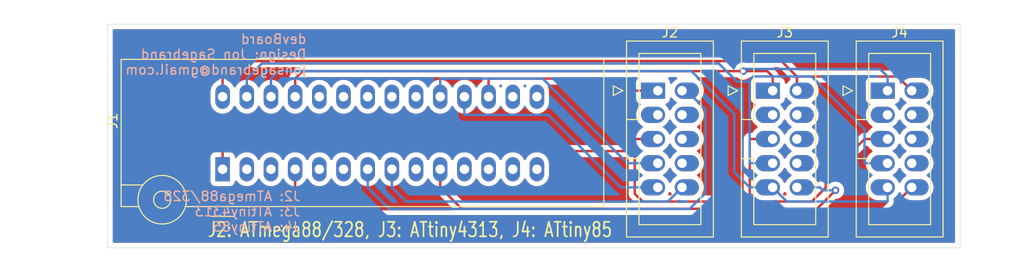
<source format=kicad_pcb>
(kicad_pcb (version 20171130) (host pcbnew 5.1.9-73d0e3b20d~88~ubuntu20.04.1)

  (general
    (thickness 1.6)
    (drawings 7)
    (tracks 92)
    (zones 0)
    (modules 4)
    (nets 41)
  )

  (page A4)
  (layers
    (0 F.Cu signal)
    (31 B.Cu signal)
    (32 B.Adhes user)
    (33 F.Adhes user)
    (34 B.Paste user)
    (35 F.Paste user)
    (36 B.SilkS user)
    (37 F.SilkS user)
    (38 B.Mask user)
    (39 F.Mask user)
    (40 Dwgs.User user)
    (41 Cmts.User user)
    (42 Eco1.User user)
    (43 Eco2.User user)
    (44 Edge.Cuts user)
    (45 Margin user)
    (46 B.CrtYd user)
    (47 F.CrtYd user)
    (48 B.Fab user)
    (49 F.Fab user)
  )

  (setup
    (last_trace_width 0.254)
    (trace_clearance 0.508)
    (zone_clearance 0.508)
    (zone_45_only no)
    (trace_min 0.2)
    (via_size 0.8)
    (via_drill 0.4)
    (via_min_size 0.4)
    (via_min_drill 0.3)
    (uvia_size 0.3)
    (uvia_drill 0.1)
    (uvias_allowed no)
    (uvia_min_size 0.2)
    (uvia_min_drill 0.1)
    (edge_width 0.05)
    (segment_width 0.2)
    (pcb_text_width 0.3)
    (pcb_text_size 1.5 1.5)
    (mod_edge_width 0.12)
    (mod_text_size 1 1)
    (mod_text_width 0.15)
    (pad_size 1.524 1.524)
    (pad_drill 0.762)
    (pad_to_mask_clearance 0)
    (aux_axis_origin 0 0)
    (visible_elements FFFFFF7F)
    (pcbplotparams
      (layerselection 0x010fc_ffffffff)
      (usegerberextensions false)
      (usegerberattributes true)
      (usegerberadvancedattributes true)
      (creategerberjobfile true)
      (excludeedgelayer true)
      (linewidth 0.100000)
      (plotframeref false)
      (viasonmask false)
      (mode 1)
      (useauxorigin false)
      (hpglpennumber 1)
      (hpglpenspeed 20)
      (hpglpendiameter 15.000000)
      (psnegative false)
      (psa4output false)
      (plotreference true)
      (plotvalue true)
      (plotinvisibletext false)
      (padsonsilk false)
      (subtractmaskfromsilk false)
      (outputformat 1)
      (mirror false)
      (drillshape 0)
      (scaleselection 1)
      (outputdirectory "Gerber/"))
  )

  (net 0 "")
  (net 1 28)
  (net 2 27)
  (net 3 26)
  (net 4 25)
  (net 5 "Net-(J1-Pad24)")
  (net 6 "Net-(J1-Pad23)")
  (net 7 "Net-(J1-Pad21)")
  (net 8 19)
  (net 9 18)
  (net 10 17)
  (net 11 "Net-(J1-Pad16)")
  (net 12 "Net-(J1-Pad15)")
  (net 13 "Net-(J1-Pad14)")
  (net 14 "Net-(J1-Pad13)")
  (net 15 "Net-(J1-Pad12)")
  (net 16 "Net-(J1-Pad11)")
  (net 17 10)
  (net 18 "Net-(J1-Pad9)")
  (net 19 "Net-(J1-Pad6)")
  (net 20 "Net-(J1-Pad5)")
  (net 21 4)
  (net 22 "Net-(J1-Pad3)")
  (net 23 "Net-(J1-Pad2)")
  (net 24 1)
  (net 25 "Net-(J2-Pad6)")
  (net 26 "Net-(J2-Pad4)")
  (net 27 "Net-(J2-Pad3)")
  (net 28 "Net-(J3-Pad6)")
  (net 29 "Net-(J3-Pad4)")
  (net 30 "Net-(J3-Pad3)")
  (net 31 "Net-(J4-Pad6)")
  (net 32 "Net-(J4-Pad4)")
  (net 33 "Net-(J4-Pad3)")
  (net 34 8)
  (net 35 "Net-(J3-Pad8)")
  (net 36 "Net-(J4-Pad8)")
  (net 37 "Net-(J1-Pad22)")
  (net 38 "Net-(J1-Pad20)")
  (net 39 7)
  (net 40 "Net-(J2-Pad8)")

  (net_class Default "This is the default net class."
    (clearance 0.508)
    (trace_width 0.254)
    (via_dia 0.8)
    (via_drill 0.4)
    (uvia_dia 0.3)
    (uvia_drill 0.1)
    (add_net 1)
    (add_net 10)
    (add_net 17)
    (add_net 18)
    (add_net 19)
    (add_net 25)
    (add_net 26)
    (add_net 27)
    (add_net 28)
    (add_net 4)
    (add_net 7)
    (add_net 8)
    (add_net "Net-(J1-Pad11)")
    (add_net "Net-(J1-Pad12)")
    (add_net "Net-(J1-Pad13)")
    (add_net "Net-(J1-Pad14)")
    (add_net "Net-(J1-Pad15)")
    (add_net "Net-(J1-Pad16)")
    (add_net "Net-(J1-Pad2)")
    (add_net "Net-(J1-Pad20)")
    (add_net "Net-(J1-Pad21)")
    (add_net "Net-(J1-Pad22)")
    (add_net "Net-(J1-Pad23)")
    (add_net "Net-(J1-Pad24)")
    (add_net "Net-(J1-Pad3)")
    (add_net "Net-(J1-Pad5)")
    (add_net "Net-(J1-Pad6)")
    (add_net "Net-(J1-Pad9)")
    (add_net "Net-(J2-Pad3)")
    (add_net "Net-(J2-Pad4)")
    (add_net "Net-(J2-Pad6)")
    (add_net "Net-(J2-Pad8)")
    (add_net "Net-(J3-Pad3)")
    (add_net "Net-(J3-Pad4)")
    (add_net "Net-(J3-Pad6)")
    (add_net "Net-(J3-Pad8)")
    (add_net "Net-(J4-Pad3)")
    (add_net "Net-(J4-Pad4)")
    (add_net "Net-(J4-Pad6)")
    (add_net "Net-(J4-Pad8)")
  )

  (module My_Misc:IDC-Header_2x05_P2.54mm_Vertical_large (layer F.Cu) (tedit 6025B3F3) (tstamp 602CC0F5)
    (at 212.725 81.915)
    (descr "Through hole IDC box header, 2x05, 2.54mm pitch, DIN 41651 / IEC 60603-13, double rows, https://docs.google.com/spreadsheets/d/16SsEcesNF15N3Lb4niX7dcUr-NY5_MFPQhobNuNppn4/edit#gid=0")
    (tags "Through hole vertical IDC box header THT 2x05 2.54mm double row")
    (path /6033AB8F)
    (fp_text reference J4 (at 1.27 -6.1) (layer F.SilkS)
      (effects (font (size 1 1) (thickness 0.15)))
    )
    (fp_text value ISP_header_Conn_02x05_Odd_Even (at 1.27 16.26) (layer F.Fab)
      (effects (font (size 1 1) (thickness 0.15)))
    )
    (fp_line (start -3.18 -4.1) (end -2.18 -5.1) (layer F.Fab) (width 0.1))
    (fp_line (start -2.18 -5.1) (end 5.72 -5.1) (layer F.Fab) (width 0.1))
    (fp_line (start 5.72 -5.1) (end 5.72 15.26) (layer F.Fab) (width 0.1))
    (fp_line (start 5.72 15.26) (end -3.18 15.26) (layer F.Fab) (width 0.1))
    (fp_line (start -3.18 15.26) (end -3.18 -4.1) (layer F.Fab) (width 0.1))
    (fp_line (start -3.18 3.03) (end -1.98 3.03) (layer F.Fab) (width 0.1))
    (fp_line (start -1.98 3.03) (end -1.98 -3.91) (layer F.Fab) (width 0.1))
    (fp_line (start -1.98 -3.91) (end 4.52 -3.91) (layer F.Fab) (width 0.1))
    (fp_line (start 4.52 -3.91) (end 4.52 14.07) (layer F.Fab) (width 0.1))
    (fp_line (start 4.52 14.07) (end -1.98 14.07) (layer F.Fab) (width 0.1))
    (fp_line (start -1.98 14.07) (end -1.98 7.13) (layer F.Fab) (width 0.1))
    (fp_line (start -1.98 7.13) (end -1.98 7.13) (layer F.Fab) (width 0.1))
    (fp_line (start -1.98 7.13) (end -3.18 7.13) (layer F.Fab) (width 0.1))
    (fp_line (start -3.29 -5.21) (end 5.83 -5.21) (layer F.SilkS) (width 0.12))
    (fp_line (start 5.83 -5.21) (end 5.83 15.37) (layer F.SilkS) (width 0.12))
    (fp_line (start 5.83 15.37) (end -3.29 15.37) (layer F.SilkS) (width 0.12))
    (fp_line (start -3.29 15.37) (end -3.29 -5.21) (layer F.SilkS) (width 0.12))
    (fp_line (start -3.29 3.03) (end -1.98 3.03) (layer F.SilkS) (width 0.12))
    (fp_line (start -1.98 3.03) (end -1.98 -3.91) (layer F.SilkS) (width 0.12))
    (fp_line (start -1.98 -3.91) (end 4.52 -3.91) (layer F.SilkS) (width 0.12))
    (fp_line (start 4.52 -3.91) (end 4.52 14.07) (layer F.SilkS) (width 0.12))
    (fp_line (start 4.52 14.07) (end -1.98 14.07) (layer F.SilkS) (width 0.12))
    (fp_line (start -1.98 14.07) (end -1.98 7.13) (layer F.SilkS) (width 0.12))
    (fp_line (start -1.98 7.13) (end -1.98 7.13) (layer F.SilkS) (width 0.12))
    (fp_line (start -1.98 7.13) (end -3.29 7.13) (layer F.SilkS) (width 0.12))
    (fp_line (start -3.68 0) (end -4.68 -0.5) (layer F.SilkS) (width 0.12))
    (fp_line (start -4.68 -0.5) (end -4.68 0.5) (layer F.SilkS) (width 0.12))
    (fp_line (start -4.68 0.5) (end -3.68 0) (layer F.SilkS) (width 0.12))
    (fp_line (start -3.68 -5.6) (end -3.68 15.76) (layer F.CrtYd) (width 0.05))
    (fp_line (start -3.68 15.76) (end 6.22 15.76) (layer F.CrtYd) (width 0.05))
    (fp_line (start 6.22 15.76) (end 6.22 -5.6) (layer F.CrtYd) (width 0.05))
    (fp_line (start 6.22 -5.6) (end -3.68 -5.6) (layer F.CrtYd) (width 0.05))
    (fp_text user %R (at 1.27 5.08 90) (layer F.Fab)
      (effects (font (size 1 1) (thickness 0.15)))
    )
    (pad 10 thru_hole oval (at 2.54 10.16) (size 2.54 1.7) (drill 1 (offset 0.508 0)) (layers *.Cu *.Mask)
      (net 21 4))
    (pad 8 thru_hole oval (at 2.54 7.62) (size 2.54 1.7) (drill 1 (offset 0.508 0)) (layers *.Cu *.Mask)
      (net 36 "Net-(J4-Pad8)"))
    (pad 6 thru_hole oval (at 2.54 5.08) (size 2.54 1.7) (drill 1 (offset 0.508 0)) (layers *.Cu *.Mask)
      (net 31 "Net-(J4-Pad6)"))
    (pad 4 thru_hole oval (at 2.54 2.54) (size 2.54 1.7) (drill 1 (offset 0.508 0)) (layers *.Cu *.Mask)
      (net 32 "Net-(J4-Pad4)"))
    (pad 2 thru_hole oval (at 2.54 0) (size 2.54 1.7) (drill 1 (offset 0.508 0)) (layers *.Cu *.Mask)
      (net 1 28))
    (pad 9 thru_hole oval (at 0 10.16) (size 2.54 1.7) (drill 1 (offset -0.508 0)) (layers *.Cu *.Mask)
      (net 3 26))
    (pad 7 thru_hole oval (at 0 7.62) (size 2.54 1.7) (drill 1 (offset -0.508 0)) (layers *.Cu *.Mask)
      (net 2 27))
    (pad 5 thru_hole oval (at 0 5.08) (size 2.54 1.7) (drill 1 (offset -0.508 0)) (layers *.Cu *.Mask)
      (net 24 1))
    (pad 3 thru_hole oval (at 0 2.54) (size 2.54 1.7) (drill 1 (offset -0.508 0)) (layers *.Cu *.Mask)
      (net 33 "Net-(J4-Pad3)"))
    (pad 1 thru_hole rect (at 0 0) (size 2.54 1.7) (drill 1 (offset -0.508 0)) (layers *.Cu *.Mask)
      (net 4 25))
    (model ${KISYS3DMOD}/Connector_IDC.3dshapes/IDC-Header_2x05_P2.54mm_Vertical.wrl
      (at (xyz 0 0 0))
      (scale (xyz 1 1 1))
      (rotate (xyz 0 0 0))
    )
  )

  (module My_Misc:IDC-Header_2x05_P2.54mm_Vertical_large (layer F.Cu) (tedit 6025B3F3) (tstamp 602CC0C6)
    (at 200.66 81.915)
    (descr "Through hole IDC box header, 2x05, 2.54mm pitch, DIN 41651 / IEC 60603-13, double rows, https://docs.google.com/spreadsheets/d/16SsEcesNF15N3Lb4niX7dcUr-NY5_MFPQhobNuNppn4/edit#gid=0")
    (tags "Through hole vertical IDC box header THT 2x05 2.54mm double row")
    (path /6033A090)
    (fp_text reference J3 (at 1.27 -6.1) (layer F.SilkS)
      (effects (font (size 1 1) (thickness 0.15)))
    )
    (fp_text value ISP_header_Conn_02x05_Odd_Even (at 1.27 16.26) (layer F.Fab)
      (effects (font (size 1 1) (thickness 0.15)))
    )
    (fp_line (start -3.18 -4.1) (end -2.18 -5.1) (layer F.Fab) (width 0.1))
    (fp_line (start -2.18 -5.1) (end 5.72 -5.1) (layer F.Fab) (width 0.1))
    (fp_line (start 5.72 -5.1) (end 5.72 15.26) (layer F.Fab) (width 0.1))
    (fp_line (start 5.72 15.26) (end -3.18 15.26) (layer F.Fab) (width 0.1))
    (fp_line (start -3.18 15.26) (end -3.18 -4.1) (layer F.Fab) (width 0.1))
    (fp_line (start -3.18 3.03) (end -1.98 3.03) (layer F.Fab) (width 0.1))
    (fp_line (start -1.98 3.03) (end -1.98 -3.91) (layer F.Fab) (width 0.1))
    (fp_line (start -1.98 -3.91) (end 4.52 -3.91) (layer F.Fab) (width 0.1))
    (fp_line (start 4.52 -3.91) (end 4.52 14.07) (layer F.Fab) (width 0.1))
    (fp_line (start 4.52 14.07) (end -1.98 14.07) (layer F.Fab) (width 0.1))
    (fp_line (start -1.98 14.07) (end -1.98 7.13) (layer F.Fab) (width 0.1))
    (fp_line (start -1.98 7.13) (end -1.98 7.13) (layer F.Fab) (width 0.1))
    (fp_line (start -1.98 7.13) (end -3.18 7.13) (layer F.Fab) (width 0.1))
    (fp_line (start -3.29 -5.21) (end 5.83 -5.21) (layer F.SilkS) (width 0.12))
    (fp_line (start 5.83 -5.21) (end 5.83 15.37) (layer F.SilkS) (width 0.12))
    (fp_line (start 5.83 15.37) (end -3.29 15.37) (layer F.SilkS) (width 0.12))
    (fp_line (start -3.29 15.37) (end -3.29 -5.21) (layer F.SilkS) (width 0.12))
    (fp_line (start -3.29 3.03) (end -1.98 3.03) (layer F.SilkS) (width 0.12))
    (fp_line (start -1.98 3.03) (end -1.98 -3.91) (layer F.SilkS) (width 0.12))
    (fp_line (start -1.98 -3.91) (end 4.52 -3.91) (layer F.SilkS) (width 0.12))
    (fp_line (start 4.52 -3.91) (end 4.52 14.07) (layer F.SilkS) (width 0.12))
    (fp_line (start 4.52 14.07) (end -1.98 14.07) (layer F.SilkS) (width 0.12))
    (fp_line (start -1.98 14.07) (end -1.98 7.13) (layer F.SilkS) (width 0.12))
    (fp_line (start -1.98 7.13) (end -1.98 7.13) (layer F.SilkS) (width 0.12))
    (fp_line (start -1.98 7.13) (end -3.29 7.13) (layer F.SilkS) (width 0.12))
    (fp_line (start -3.68 0) (end -4.68 -0.5) (layer F.SilkS) (width 0.12))
    (fp_line (start -4.68 -0.5) (end -4.68 0.5) (layer F.SilkS) (width 0.12))
    (fp_line (start -4.68 0.5) (end -3.68 0) (layer F.SilkS) (width 0.12))
    (fp_line (start -3.68 -5.6) (end -3.68 15.76) (layer F.CrtYd) (width 0.05))
    (fp_line (start -3.68 15.76) (end 6.22 15.76) (layer F.CrtYd) (width 0.05))
    (fp_line (start 6.22 15.76) (end 6.22 -5.6) (layer F.CrtYd) (width 0.05))
    (fp_line (start 6.22 -5.6) (end -3.68 -5.6) (layer F.CrtYd) (width 0.05))
    (fp_text user %R (at 1.27 5.08 90) (layer F.Fab)
      (effects (font (size 1 1) (thickness 0.15)))
    )
    (pad 10 thru_hole oval (at 2.54 10.16) (size 2.54 1.7) (drill 1 (offset 0.508 0)) (layers *.Cu *.Mask)
      (net 17 10))
    (pad 8 thru_hole oval (at 2.54 7.62) (size 2.54 1.7) (drill 1 (offset 0.508 0)) (layers *.Cu *.Mask)
      (net 35 "Net-(J3-Pad8)"))
    (pad 6 thru_hole oval (at 2.54 5.08) (size 2.54 1.7) (drill 1 (offset 0.508 0)) (layers *.Cu *.Mask)
      (net 28 "Net-(J3-Pad6)"))
    (pad 4 thru_hole oval (at 2.54 2.54) (size 2.54 1.7) (drill 1 (offset 0.508 0)) (layers *.Cu *.Mask)
      (net 29 "Net-(J3-Pad4)"))
    (pad 2 thru_hole oval (at 2.54 0) (size 2.54 1.7) (drill 1 (offset 0.508 0)) (layers *.Cu *.Mask)
      (net 1 28))
    (pad 9 thru_hole oval (at 0 10.16) (size 2.54 1.7) (drill 1 (offset -0.508 0)) (layers *.Cu *.Mask)
      (net 3 26))
    (pad 7 thru_hole oval (at 0 7.62) (size 2.54 1.7) (drill 1 (offset -0.508 0)) (layers *.Cu *.Mask)
      (net 2 27))
    (pad 5 thru_hole oval (at 0 5.08) (size 2.54 1.7) (drill 1 (offset -0.508 0)) (layers *.Cu *.Mask)
      (net 24 1))
    (pad 3 thru_hole oval (at 0 2.54) (size 2.54 1.7) (drill 1 (offset -0.508 0)) (layers *.Cu *.Mask)
      (net 30 "Net-(J3-Pad3)"))
    (pad 1 thru_hole rect (at 0 0) (size 2.54 1.7) (drill 1 (offset -0.508 0)) (layers *.Cu *.Mask)
      (net 4 25))
    (model ${KISYS3DMOD}/Connector_IDC.3dshapes/IDC-Header_2x05_P2.54mm_Vertical.wrl
      (at (xyz 0 0 0))
      (scale (xyz 1 1 1))
      (rotate (xyz 0 0 0))
    )
  )

  (module My_Misc:IDC-Header_2x05_P2.54mm_Vertical_large (layer F.Cu) (tedit 6025B3F3) (tstamp 602CC097)
    (at 188.595 81.915)
    (descr "Through hole IDC box header, 2x05, 2.54mm pitch, DIN 41651 / IEC 60603-13, double rows, https://docs.google.com/spreadsheets/d/16SsEcesNF15N3Lb4niX7dcUr-NY5_MFPQhobNuNppn4/edit#gid=0")
    (tags "Through hole vertical IDC box header THT 2x05 2.54mm double row")
    (path /6033957C)
    (fp_text reference J2 (at 1.27 -6.1) (layer F.SilkS)
      (effects (font (size 1 1) (thickness 0.15)))
    )
    (fp_text value ISP_header_Conn_02x05_Odd_Even (at 1.27 16.26) (layer F.Fab)
      (effects (font (size 1 1) (thickness 0.15)))
    )
    (fp_line (start -3.18 -4.1) (end -2.18 -5.1) (layer F.Fab) (width 0.1))
    (fp_line (start -2.18 -5.1) (end 5.72 -5.1) (layer F.Fab) (width 0.1))
    (fp_line (start 5.72 -5.1) (end 5.72 15.26) (layer F.Fab) (width 0.1))
    (fp_line (start 5.72 15.26) (end -3.18 15.26) (layer F.Fab) (width 0.1))
    (fp_line (start -3.18 15.26) (end -3.18 -4.1) (layer F.Fab) (width 0.1))
    (fp_line (start -3.18 3.03) (end -1.98 3.03) (layer F.Fab) (width 0.1))
    (fp_line (start -1.98 3.03) (end -1.98 -3.91) (layer F.Fab) (width 0.1))
    (fp_line (start -1.98 -3.91) (end 4.52 -3.91) (layer F.Fab) (width 0.1))
    (fp_line (start 4.52 -3.91) (end 4.52 14.07) (layer F.Fab) (width 0.1))
    (fp_line (start 4.52 14.07) (end -1.98 14.07) (layer F.Fab) (width 0.1))
    (fp_line (start -1.98 14.07) (end -1.98 7.13) (layer F.Fab) (width 0.1))
    (fp_line (start -1.98 7.13) (end -1.98 7.13) (layer F.Fab) (width 0.1))
    (fp_line (start -1.98 7.13) (end -3.18 7.13) (layer F.Fab) (width 0.1))
    (fp_line (start -3.29 -5.21) (end 5.83 -5.21) (layer F.SilkS) (width 0.12))
    (fp_line (start 5.83 -5.21) (end 5.83 15.37) (layer F.SilkS) (width 0.12))
    (fp_line (start 5.83 15.37) (end -3.29 15.37) (layer F.SilkS) (width 0.12))
    (fp_line (start -3.29 15.37) (end -3.29 -5.21) (layer F.SilkS) (width 0.12))
    (fp_line (start -3.29 3.03) (end -1.98 3.03) (layer F.SilkS) (width 0.12))
    (fp_line (start -1.98 3.03) (end -1.98 -3.91) (layer F.SilkS) (width 0.12))
    (fp_line (start -1.98 -3.91) (end 4.52 -3.91) (layer F.SilkS) (width 0.12))
    (fp_line (start 4.52 -3.91) (end 4.52 14.07) (layer F.SilkS) (width 0.12))
    (fp_line (start 4.52 14.07) (end -1.98 14.07) (layer F.SilkS) (width 0.12))
    (fp_line (start -1.98 14.07) (end -1.98 7.13) (layer F.SilkS) (width 0.12))
    (fp_line (start -1.98 7.13) (end -1.98 7.13) (layer F.SilkS) (width 0.12))
    (fp_line (start -1.98 7.13) (end -3.29 7.13) (layer F.SilkS) (width 0.12))
    (fp_line (start -3.68 0) (end -4.68 -0.5) (layer F.SilkS) (width 0.12))
    (fp_line (start -4.68 -0.5) (end -4.68 0.5) (layer F.SilkS) (width 0.12))
    (fp_line (start -4.68 0.5) (end -3.68 0) (layer F.SilkS) (width 0.12))
    (fp_line (start -3.68 -5.6) (end -3.68 15.76) (layer F.CrtYd) (width 0.05))
    (fp_line (start -3.68 15.76) (end 6.22 15.76) (layer F.CrtYd) (width 0.05))
    (fp_line (start 6.22 15.76) (end 6.22 -5.6) (layer F.CrtYd) (width 0.05))
    (fp_line (start 6.22 -5.6) (end -3.68 -5.6) (layer F.CrtYd) (width 0.05))
    (fp_text user %R (at 1.27 5.08 90) (layer F.Fab)
      (effects (font (size 1 1) (thickness 0.15)))
    )
    (pad 10 thru_hole oval (at 2.54 10.16) (size 2.54 1.7) (drill 1 (offset 0.508 0)) (layers *.Cu *.Mask)
      (net 34 8))
    (pad 8 thru_hole oval (at 2.54 7.62) (size 2.54 1.7) (drill 1 (offset 0.508 0)) (layers *.Cu *.Mask)
      (net 40 "Net-(J2-Pad8)"))
    (pad 6 thru_hole oval (at 2.54 5.08) (size 2.54 1.7) (drill 1 (offset 0.508 0)) (layers *.Cu *.Mask)
      (net 25 "Net-(J2-Pad6)"))
    (pad 4 thru_hole oval (at 2.54 2.54) (size 2.54 1.7) (drill 1 (offset 0.508 0)) (layers *.Cu *.Mask)
      (net 26 "Net-(J2-Pad4)"))
    (pad 2 thru_hole oval (at 2.54 0) (size 2.54 1.7) (drill 1 (offset 0.508 0)) (layers *.Cu *.Mask)
      (net 39 7))
    (pad 9 thru_hole oval (at 0 10.16) (size 2.54 1.7) (drill 1 (offset -0.508 0)) (layers *.Cu *.Mask)
      (net 9 18))
    (pad 7 thru_hole oval (at 0 7.62) (size 2.54 1.7) (drill 1 (offset -0.508 0)) (layers *.Cu *.Mask)
      (net 8 19))
    (pad 5 thru_hole oval (at 0 5.08) (size 2.54 1.7) (drill 1 (offset -0.508 0)) (layers *.Cu *.Mask)
      (net 24 1))
    (pad 3 thru_hole oval (at 0 2.54) (size 2.54 1.7) (drill 1 (offset -0.508 0)) (layers *.Cu *.Mask)
      (net 27 "Net-(J2-Pad3)"))
    (pad 1 thru_hole rect (at 0 0) (size 2.54 1.7) (drill 1 (offset -0.508 0)) (layers *.Cu *.Mask)
      (net 10 17))
    (model ${KISYS3DMOD}/Connector_IDC.3dshapes/IDC-Header_2x05_P2.54mm_Vertical.wrl
      (at (xyz 0 0 0))
      (scale (xyz 1 1 1))
      (rotate (xyz 0 0 0))
    )
  )

  (module My_Misc:ZIF_DIP_Socket-28_W6.9_W7.62_W7.62_W12.7_W13.5_large (layer F.Cu) (tedit 6021A0E1) (tstamp 602CC068)
    (at 142.875 90.17 90)
    (descr "3M 28-pin zero insertion force socket, through-hole, row spacing 10.16 mm (400 mils), http://multimedia.3m.com/mws/media/494546O/3mtm-dip-sockets-100-2-54-mm-ts0365.pdf")
    (tags "THT DIP DIL ZIF 10.16mm 400mil Socket")
    (path /603379B1)
    (fp_text reference J1 (at 5.08 -11.56 90) (layer F.SilkS)
      (effects (font (size 1 1) (thickness 0.15)))
    )
    (fp_text value Conn_02x14_Counter_Clockwise (at 5.08 40.94 90) (layer F.Fab)
      (effects (font (size 0.6 0.6) (thickness 0.09)))
    )
    (fp_circle (center -3.2 -6.35) (end -0.65 -6.35) (layer F.SilkS) (width 0.12))
    (fp_circle (center -3.2 -6.35) (end -2.3 -6.35) (layer F.SilkS) (width 0.12))
    (fp_line (start -5.5 -23.36) (end 0.1 -23.36) (layer F.CrtYd) (width 0.05))
    (fp_line (start 0.1 -23.36) (end 0.1 -11.06) (layer F.CrtYd) (width 0.05))
    (fp_line (start 0.1 -11.06) (end 11.94 -11.06) (layer F.CrtYd) (width 0.05))
    (fp_line (start 11.94 40.44) (end -4.32 40.44) (layer F.CrtYd) (width 0.05))
    (fp_line (start -4.32 40.44) (end -4.32 -3.4) (layer F.CrtYd) (width 0.05))
    (fp_line (start -4.32 -3.4) (end -5.5 -3.4) (layer F.CrtYd) (width 0.05))
    (fp_line (start -5.5 -3.4) (end -5.5 -23.36) (layer F.CrtYd) (width 0.05))
    (fp_line (start -5 -21.46) (end -3.7 -22.86) (layer F.Fab) (width 0.1))
    (fp_line (start -3.7 -22.86) (end -1.7 -22.86) (layer F.Fab) (width 0.1))
    (fp_line (start -1.7 -22.86) (end -0.4 -21.46) (layer F.Fab) (width 0.1))
    (fp_line (start -0.4 -21.46) (end -5 -21.46) (layer F.Fab) (width 0.1))
    (fp_line (start -5 -21.46) (end -5 -17.86) (layer F.Fab) (width 0.1))
    (fp_line (start -5 -17.86) (end -0.4 -17.86) (layer F.Fab) (width 0.1))
    (fp_line (start -0.4 -17.86) (end -0.4 -21.46) (layer F.Fab) (width 0.1))
    (fp_line (start -5 -17.86) (end -3.5 -15.86) (layer F.Fab) (width 0.1))
    (fp_line (start -0.4 -17.86) (end -1.9 -15.86) (layer F.Fab) (width 0.1))
    (fp_line (start -3.5 -9.75) (end -3.5 -15.86) (layer F.Fab) (width 0.1))
    (fp_line (start -3.5 -15.86) (end -1.9 -15.86) (layer F.Fab) (width 0.1))
    (fp_line (start -1.9 -15.86) (end -1.9 -10.56) (layer F.Fab) (width 0.1))
    (fp_line (start 11.44 39.94) (end -3.82 39.94) (layer F.Fab) (width 0.1))
    (fp_line (start -3.82 39.94) (end -3.82 -9.4) (layer F.Fab) (width 0.1))
    (fp_line (start -3.82 -9.4) (end -2.85 -10.56) (layer F.Fab) (width 0.1))
    (fp_line (start -2.85 -10.56) (end 11.44 -10.56) (layer F.Fab) (width 0.1))
    (fp_line (start -3.92 -3.9) (end -3.92 40.04) (layer F.SilkS) (width 0.12))
    (fp_line (start -3.92 40.04) (end 11.54 40.04) (layer F.SilkS) (width 0.12))
    (fp_line (start 11.54 -10.66) (end -3.92 -10.66) (layer F.SilkS) (width 0.12))
    (fp_line (start -3.92 -10.66) (end -3.92 -8.8) (layer F.SilkS) (width 0.12))
    (fp_line (start -1.65 -10.66) (end -1.65 -8.4) (layer F.SilkS) (width 0.12))
    (fp_line (start -4.95 1.27) (end -4.95 -1.27) (layer F.SilkS) (width 0.12))
    (fp_line (start 11.94 -11.06) (end 11.94 40.44) (layer F.CrtYd) (width 0.05))
    (fp_line (start 11.44 -10.56) (end 11.44 39.94) (layer F.Fab) (width 0.1))
    (fp_line (start 11.54 40.04) (end 11.54 -10.66) (layer F.SilkS) (width 0.12))
    (fp_text user %R (at 5.08 14.69 90) (layer F.Fab)
      (effects (font (size 1 1) (thickness 0.15)))
    )
    (pad 28 thru_hole oval (at 7.62 0 90) (size 2.54 1.524) (drill 1) (layers *.Cu *.Mask)
      (net 1 28))
    (pad 27 thru_hole oval (at 7.62 2.54 90) (size 2.54 1.524) (drill 1) (layers *.Cu *.Mask)
      (net 2 27))
    (pad 26 thru_hole oval (at 7.62 5.08 90) (size 2.54 1.524) (drill 1) (layers *.Cu *.Mask)
      (net 3 26))
    (pad 25 thru_hole oval (at 7.62 7.62 90) (size 2.54 1.524) (drill 1) (layers *.Cu *.Mask)
      (net 4 25))
    (pad 24 thru_hole oval (at 7.62 10.16 90) (size 2.54 1.524) (drill 1) (layers *.Cu *.Mask)
      (net 5 "Net-(J1-Pad24)"))
    (pad 23 thru_hole oval (at 7.62 12.7 90) (size 2.54 1.524) (drill 1) (layers *.Cu *.Mask)
      (net 6 "Net-(J1-Pad23)"))
    (pad 22 thru_hole oval (at 7.62 15.24 90) (size 2.54 1.524) (drill 1) (layers *.Cu *.Mask)
      (net 37 "Net-(J1-Pad22)"))
    (pad 21 thru_hole oval (at 7.62 17.78 90) (size 2.54 1.524) (drill 1) (layers *.Cu *.Mask)
      (net 7 "Net-(J1-Pad21)"))
    (pad 20 thru_hole oval (at 7.62 20.32 90) (size 2.54 1.524) (drill 1) (layers *.Cu *.Mask)
      (net 38 "Net-(J1-Pad20)"))
    (pad 19 thru_hole oval (at 7.62 22.86 90) (size 2.54 1.524) (drill 1) (layers *.Cu *.Mask)
      (net 8 19))
    (pad 18 thru_hole oval (at 7.62 25.4 90) (size 2.54 1.524) (drill 1) (layers *.Cu *.Mask)
      (net 9 18))
    (pad 17 thru_hole oval (at 7.62 27.94 90) (size 2.54 1.524) (drill 1) (layers *.Cu *.Mask)
      (net 10 17))
    (pad 16 thru_hole oval (at 7.62 30.48 90) (size 2.54 1.524) (drill 1) (layers *.Cu *.Mask)
      (net 11 "Net-(J1-Pad16)"))
    (pad 15 thru_hole oval (at 7.62 33.02 90) (size 2.54 1.524) (drill 1) (layers *.Cu *.Mask)
      (net 12 "Net-(J1-Pad15)"))
    (pad 14 thru_hole oval (at 0 33.02 90) (size 2.54 1.524) (drill 1) (layers *.Cu *.Mask)
      (net 13 "Net-(J1-Pad14)"))
    (pad 13 thru_hole oval (at 0 30.48 90) (size 2.54 1.524) (drill 1) (layers *.Cu *.Mask)
      (net 14 "Net-(J1-Pad13)"))
    (pad 12 thru_hole oval (at 0 27.94 90) (size 2.54 1.524) (drill 1) (layers *.Cu *.Mask)
      (net 15 "Net-(J1-Pad12)"))
    (pad 11 thru_hole oval (at 0 25.4 90) (size 2.54 1.524) (drill 1) (layers *.Cu *.Mask)
      (net 16 "Net-(J1-Pad11)"))
    (pad 10 thru_hole oval (at 0 22.86 90) (size 2.54 1.524) (drill 1) (layers *.Cu *.Mask)
      (net 17 10))
    (pad 9 thru_hole oval (at 0 20.32 90) (size 2.54 1.524) (drill 1) (layers *.Cu *.Mask)
      (net 18 "Net-(J1-Pad9)"))
    (pad 8 thru_hole oval (at 0 17.78 90) (size 2.54 1.524) (drill 1) (layers *.Cu *.Mask)
      (net 34 8))
    (pad 7 thru_hole oval (at 0 15.24 90) (size 2.54 1.524) (drill 1) (layers *.Cu *.Mask)
      (net 39 7))
    (pad 6 thru_hole oval (at 0 12.7 90) (size 2.54 1.524) (drill 1) (layers *.Cu *.Mask)
      (net 19 "Net-(J1-Pad6)"))
    (pad 5 thru_hole oval (at 0 10.16 90) (size 2.54 1.524) (drill 1) (layers *.Cu *.Mask)
      (net 20 "Net-(J1-Pad5)"))
    (pad 4 thru_hole oval (at 0 7.62 90) (size 2.54 1.524) (drill 1) (layers *.Cu *.Mask)
      (net 21 4))
    (pad 3 thru_hole oval (at 0 5.08 90) (size 2.54 1.524) (drill 1) (layers *.Cu *.Mask)
      (net 22 "Net-(J1-Pad3)"))
    (pad 2 thru_hole oval (at 0 2.54 90) (size 2.54 1.524) (drill 1) (layers *.Cu *.Mask)
      (net 23 "Net-(J1-Pad2)"))
    (pad 1 thru_hole rect (at 0 0 90) (size 2.54 1.524) (drill 1) (layers *.Cu *.Mask)
      (net 24 1))
    (model ${KISYS3DMOD}/Socket.3dshapes/DIP_Socket-28_W6.9_W7.62_W10.16_W12.7_W13.5_3M_228-4817-00-0602J.wrl
      (at (xyz 0 0 0))
      (scale (xyz 1 1 1))
      (rotate (xyz 0 0 0))
    )
  )

  (gr_text "J2: ATmega88/328, J3: ATtiny4313, J4: ATtiny85" (at 162.56 96.52) (layer F.SilkS)
    (effects (font (size 1.524 1.143) (thickness 0.1778)))
  )
  (gr_text "J2: ATmega88/328\nJ3: ATtiny4313\nJ4: ATtiny85" (at 151.13 94.615) (layer B.SilkS)
    (effects (font (size 1 1) (thickness 0.15)) (justify left mirror))
  )
  (gr_text "devBoard\nDesign: Jon Sagebrand\njonsagebrand@gmail.com" (at 151.765 78.105) (layer B.SilkS)
    (effects (font (size 1 1) (thickness 0.15)) (justify left mirror))
  )
  (gr_line (start 130.81 74.93) (end 220.345 74.93) (layer Edge.Cuts) (width 0.05) (tstamp 602D8D8B))
  (gr_line (start 130.81 98.425) (end 130.81 74.93) (layer Edge.Cuts) (width 0.05))
  (gr_line (start 220.345 98.425) (end 130.81 98.425) (layer Edge.Cuts) (width 0.05))
  (gr_line (start 220.345 74.93) (end 220.345 98.425) (layer Edge.Cuts) (width 0.05))

  (segment (start 203.2 80.4297) (end 201.5768 78.8065) (width 0.254) (layer F.Cu) (net 1))
  (segment (start 201.5768 78.8065) (end 144.7132 78.8065) (width 0.254) (layer F.Cu) (net 1))
  (segment (start 144.7132 78.8065) (end 142.875 80.6447) (width 0.254) (layer F.Cu) (net 1))
  (segment (start 142.875 82.55) (end 142.875 80.6447) (width 0.254) (layer F.Cu) (net 1))
  (segment (start 203.2 81.915) (end 203.2 80.4297) (width 0.254) (layer F.Cu) (net 1))
  (segment (start 215.265 81.915) (end 213.7797 80.4297) (width 0.254) (layer F.Cu) (net 1))
  (segment (start 213.7797 80.4297) (end 203.2 80.4297) (width 0.254) (layer F.Cu) (net 1))
  (segment (start 142.875 82.55) (end 142.875 81.28) (width 0.254) (layer B.Cu) (net 1))
  (segment (start 198.2467 80.9705) (end 198.2467 80.7799) (width 0.254) (layer B.Cu) (net 2))
  (segment (start 198.2467 80.7799) (end 198.6034 80.4232) (width 0.254) (layer B.Cu) (net 2))
  (segment (start 198.6034 80.4232) (end 204.7566 80.4232) (width 0.254) (layer B.Cu) (net 2))
  (segment (start 204.7566 80.4232) (end 210.3117 85.9783) (width 0.254) (layer B.Cu) (net 2))
  (segment (start 210.3117 85.9783) (end 210.3117 89.535) (width 0.254) (layer B.Cu) (net 2))
  (segment (start 198.2467 89.535) (end 198.2467 80.9705) (width 0.254) (layer B.Cu) (net 2))
  (segment (start 145.415 80.6447) (end 146.995 79.0647) (width 0.254) (layer B.Cu) (net 2))
  (segment (start 146.995 79.0647) (end 195.0071 79.0647) (width 0.254) (layer B.Cu) (net 2))
  (segment (start 195.0071 79.0647) (end 196.9129 80.9705) (width 0.254) (layer B.Cu) (net 2))
  (segment (start 196.9129 80.9705) (end 198.2467 80.9705) (width 0.254) (layer B.Cu) (net 2))
  (segment (start 145.415 82.55) (end 145.415 80.6447) (width 0.254) (layer B.Cu) (net 2))
  (segment (start 200.66 89.535) (end 198.2467 89.535) (width 0.254) (layer B.Cu) (net 2))
  (segment (start 212.725 89.535) (end 210.3117 89.535) (width 0.254) (layer B.Cu) (net 2))
  (segment (start 200.66 92.075) (end 198.2467 92.075) (width 0.254) (layer B.Cu) (net 3))
  (segment (start 147.955 82.55) (end 147.955 80.6447) (width 0.254) (layer B.Cu) (net 3))
  (segment (start 147.955 80.6447) (end 148.741 79.8587) (width 0.254) (layer B.Cu) (net 3))
  (segment (start 148.741 79.8587) (end 192.1233 79.8587) (width 0.254) (layer B.Cu) (net 3))
  (segment (start 192.1233 79.8587) (end 196.6259 84.3613) (width 0.254) (layer B.Cu) (net 3))
  (segment (start 196.6259 84.3613) (end 196.6259 90.4542) (width 0.254) (layer B.Cu) (net 3))
  (segment (start 196.6259 90.4542) (end 198.2467 92.075) (width 0.254) (layer B.Cu) (net 3))
  (segment (start 212.725 92.075) (end 212.725 93.5603) (width 0.254) (layer B.Cu) (net 3))
  (segment (start 200.66 92.075) (end 202.1453 93.5603) (width 0.254) (layer B.Cu) (net 3))
  (segment (start 202.1453 93.5603) (end 212.725 93.5603) (width 0.254) (layer B.Cu) (net 3))
  (segment (start 212.725 80.4297) (end 211.9321 79.6368) (width 0.254) (layer B.Cu) (net 4))
  (segment (start 211.9321 79.6368) (end 197.801 79.6368) (width 0.254) (layer B.Cu) (net 4))
  (segment (start 197.801 79.6368) (end 197.5746 79.8632) (width 0.254) (layer B.Cu) (net 4))
  (segment (start 212.725 81.915) (end 212.725 80.4297) (width 0.254) (layer B.Cu) (net 4))
  (segment (start 197.5746 79.8632) (end 200.0935 79.8632) (width 0.254) (layer F.Cu) (net 4))
  (segment (start 200.0935 79.8632) (end 200.66 80.4297) (width 0.254) (layer F.Cu) (net 4))
  (segment (start 150.495 80.6447) (end 151.2765 79.8632) (width 0.254) (layer F.Cu) (net 4))
  (segment (start 151.2765 79.8632) (end 197.5746 79.8632) (width 0.254) (layer F.Cu) (net 4))
  (segment (start 200.66 81.915) (end 200.66 80.4297) (width 0.254) (layer F.Cu) (net 4))
  (segment (start 150.495 82.55) (end 150.495 80.6447) (width 0.254) (layer F.Cu) (net 4))
  (via (at 197.5746 79.8632) (size 0.8) (layers F.Cu B.Cu) (net 4))
  (segment (start 165.735 82.55) (end 165.735 80.6447) (width 0.254) (layer B.Cu) (net 8))
  (segment (start 165.735 80.6447) (end 176.498 80.6447) (width 0.254) (layer B.Cu) (net 8))
  (segment (start 176.498 80.6447) (end 185.3883 89.535) (width 0.254) (layer B.Cu) (net 8))
  (segment (start 185.3883 89.535) (end 188.595 89.535) (width 0.254) (layer B.Cu) (net 8))
  (segment (start 168.275 82.55) (end 168.275 84.4553) (width 0.254) (layer B.Cu) (net 9))
  (segment (start 168.275 84.4553) (end 177.0846 84.4553) (width 0.254) (layer B.Cu) (net 9))
  (segment (start 177.0846 84.4553) (end 184.7043 92.075) (width 0.254) (layer B.Cu) (net 9))
  (segment (start 184.7043 92.075) (end 188.595 92.075) (width 0.254) (layer B.Cu) (net 9))
  (segment (start 188.595 81.915) (end 186.1817 81.915) (width 0.254) (layer F.Cu) (net 10))
  (segment (start 170.815 82.55) (end 170.815 80.6447) (width 0.254) (layer F.Cu) (net 10))
  (segment (start 170.815 80.6447) (end 184.9114 80.6447) (width 0.254) (layer F.Cu) (net 10))
  (segment (start 184.9114 80.6447) (end 186.1817 81.915) (width 0.254) (layer F.Cu) (net 10))
  (segment (start 203.2 92.075) (end 205.6133 92.075) (width 0.254) (layer B.Cu) (net 17))
  (segment (start 165.735 90.17) (end 165.735 92.0753) (width 0.254) (layer F.Cu) (net 17))
  (segment (start 207.2579 92.3808) (end 205.9191 92.3808) (width 0.254) (layer B.Cu) (net 17))
  (segment (start 205.9191 92.3808) (end 205.6133 92.075) (width 0.254) (layer B.Cu) (net 17))
  (segment (start 165.735 92.0753) (end 167.983 94.3233) (width 0.254) (layer F.Cu) (net 17))
  (segment (start 167.983 94.3233) (end 205.3154 94.3233) (width 0.254) (layer F.Cu) (net 17))
  (segment (start 205.3154 94.3233) (end 207.2579 92.3808) (width 0.254) (layer F.Cu) (net 17))
  (via (at 207.2579 92.3808) (size 0.8) (layers F.Cu B.Cu) (net 17))
  (segment (start 150.495 92.0753) (end 153.5422 95.1225) (width 0.254) (layer F.Cu) (net 21))
  (segment (start 153.5422 95.1225) (end 212.2175 95.1225) (width 0.254) (layer F.Cu) (net 21))
  (segment (start 212.2175 95.1225) (end 215.265 92.075) (width 0.254) (layer F.Cu) (net 21))
  (segment (start 150.495 90.17) (end 150.495 92.0753) (width 0.254) (layer F.Cu) (net 21))
  (segment (start 210.3117 86.995) (end 206.2226 91.0841) (width 0.254) (layer F.Cu) (net 24))
  (segment (start 206.2226 91.0841) (end 206.2226 92.1032) (width 0.254) (layer F.Cu) (net 24))
  (segment (start 206.2226 92.1032) (end 204.7649 93.5609) (width 0.254) (layer F.Cu) (net 24))
  (segment (start 204.7649 93.5609) (end 198.2467 93.5609) (width 0.254) (layer F.Cu) (net 24))
  (segment (start 186.1682 88.2647) (end 186.1682 92.7427) (width 0.254) (layer F.Cu) (net 24))
  (segment (start 186.1682 92.7427) (end 186.9864 93.5609) (width 0.254) (layer F.Cu) (net 24))
  (segment (start 186.9864 93.5609) (end 198.2467 93.5609) (width 0.254) (layer F.Cu) (net 24))
  (segment (start 198.2467 93.5609) (end 198.2467 86.995) (width 0.254) (layer F.Cu) (net 24))
  (segment (start 212.725 86.995) (end 210.3117 86.995) (width 0.254) (layer F.Cu) (net 24))
  (segment (start 188.595 86.995) (end 186.1817 86.995) (width 0.254) (layer F.Cu) (net 24))
  (segment (start 186.1817 86.995) (end 186.1817 88.2512) (width 0.254) (layer F.Cu) (net 24))
  (segment (start 186.1817 88.2512) (end 186.1682 88.2647) (width 0.254) (layer F.Cu) (net 24))
  (segment (start 142.875 88.2647) (end 186.1682 88.2647) (width 0.254) (layer F.Cu) (net 24))
  (segment (start 142.875 90.17) (end 142.875 88.2647) (width 0.254) (layer F.Cu) (net 24))
  (segment (start 200.66 86.995) (end 198.2467 86.995) (width 0.254) (layer F.Cu) (net 24))
  (segment (start 160.655 90.17) (end 160.655 92.0753) (width 0.254) (layer B.Cu) (net 34))
  (segment (start 160.655 92.0753) (end 162.1416 93.5619) (width 0.254) (layer B.Cu) (net 34))
  (segment (start 162.1416 93.5619) (end 189.6481 93.5619) (width 0.254) (layer B.Cu) (net 34))
  (segment (start 189.6481 93.5619) (end 191.135 92.075) (width 0.254) (layer B.Cu) (net 34))
  (segment (start 158.115 92.0753) (end 160.3816 94.3419) (width 0.254) (layer B.Cu) (net 39))
  (segment (start 160.3816 94.3419) (end 191.927 94.3419) (width 0.254) (layer B.Cu) (net 39))
  (segment (start 191.927 94.3419) (end 193.596 92.6729) (width 0.254) (layer B.Cu) (net 39))
  (segment (start 193.596 92.6729) (end 193.596 83.8867) (width 0.254) (layer B.Cu) (net 39))
  (segment (start 193.596 83.8867) (end 191.6243 81.915) (width 0.254) (layer B.Cu) (net 39))
  (segment (start 191.6243 81.915) (end 191.135 81.915) (width 0.254) (layer B.Cu) (net 39))
  (segment (start 158.115 90.17) (end 158.115 92.0753) (width 0.254) (layer B.Cu) (net 39))

  (zone (net 0) (net_name "") (layer B.Cu) (tstamp 602DF00D) (hatch edge 0.508)
    (connect_pads (clearance 0.508))
    (min_thickness 0.254)
    (fill yes (arc_segments 32) (thermal_gap 0.508) (thermal_bridge_width 0.508))
    (polygon
      (pts
        (xy 221.615 99.695) (xy 129.54 99.695) (xy 129.54 73.66) (xy 221.615 73.66)
      )
    )
    (filled_polygon
      (pts
        (xy 219.685001 97.765) (xy 131.47 97.765) (xy 131.47 88.9) (xy 141.474928 88.9) (xy 141.474928 91.44)
        (xy 141.487188 91.564482) (xy 141.523498 91.68418) (xy 141.582463 91.794494) (xy 141.661815 91.891185) (xy 141.758506 91.970537)
        (xy 141.86882 92.029502) (xy 141.988518 92.065812) (xy 142.113 92.078072) (xy 143.637 92.078072) (xy 143.761482 92.065812)
        (xy 143.88118 92.029502) (xy 143.991494 91.970537) (xy 144.088185 91.891185) (xy 144.167537 91.794494) (xy 144.226502 91.68418)
        (xy 144.262812 91.564482) (xy 144.270579 91.485622) (xy 144.422393 91.670608) (xy 144.635114 91.845183) (xy 144.877806 91.974904)
        (xy 145.141141 92.054786) (xy 145.415 92.081759) (xy 145.68886 92.054786) (xy 145.952195 91.974904) (xy 146.194887 91.845183)
        (xy 146.407608 91.670608) (xy 146.582183 91.457887) (xy 146.685 91.265529) (xy 146.787817 91.457887) (xy 146.962393 91.670608)
        (xy 147.175114 91.845183) (xy 147.417806 91.974904) (xy 147.681141 92.054786) (xy 147.955 92.081759) (xy 148.22886 92.054786)
        (xy 148.492195 91.974904) (xy 148.734887 91.845183) (xy 148.947608 91.670608) (xy 149.122183 91.457887) (xy 149.225 91.265529)
        (xy 149.327817 91.457887) (xy 149.502393 91.670608) (xy 149.715114 91.845183) (xy 149.957806 91.974904) (xy 150.221141 92.054786)
        (xy 150.495 92.081759) (xy 150.76886 92.054786) (xy 151.032195 91.974904) (xy 151.274887 91.845183) (xy 151.487608 91.670608)
        (xy 151.662183 91.457887) (xy 151.765 91.265529) (xy 151.867817 91.457887) (xy 152.042393 91.670608) (xy 152.255114 91.845183)
        (xy 152.497806 91.974904) (xy 152.761141 92.054786) (xy 153.035 92.081759) (xy 153.30886 92.054786) (xy 153.572195 91.974904)
        (xy 153.814887 91.845183) (xy 154.027608 91.670608) (xy 154.202183 91.457887) (xy 154.305 91.265529) (xy 154.407817 91.457887)
        (xy 154.582393 91.670608) (xy 154.795114 91.845183) (xy 155.037806 91.974904) (xy 155.301141 92.054786) (xy 155.575 92.081759)
        (xy 155.84886 92.054786) (xy 156.112195 91.974904) (xy 156.354887 91.845183) (xy 156.567608 91.670608) (xy 156.742183 91.457887)
        (xy 156.845 91.265529) (xy 156.947817 91.457887) (xy 157.122393 91.670608) (xy 157.335114 91.845183) (xy 157.353001 91.854744)
        (xy 157.353001 92.037867) (xy 157.349314 92.0753) (xy 157.364027 92.224678) (xy 157.407599 92.368315) (xy 157.478355 92.500692)
        (xy 157.502554 92.530178) (xy 157.573579 92.616722) (xy 157.602649 92.640579) (xy 159.816321 94.854252) (xy 159.840178 94.883322)
        (xy 159.956208 94.978545) (xy 160.088585 95.049302) (xy 160.232222 95.092874) (xy 160.344174 95.1039) (xy 160.344176 95.1039)
        (xy 160.381599 95.107586) (xy 160.419022 95.1039) (xy 191.889577 95.1039) (xy 191.927 95.107586) (xy 191.964423 95.1039)
        (xy 191.964426 95.1039) (xy 192.076378 95.092874) (xy 192.220015 95.049302) (xy 192.352392 94.978545) (xy 192.468422 94.883322)
        (xy 192.492284 94.854246) (xy 194.108353 93.238178) (xy 194.137422 93.214322) (xy 194.232645 93.098292) (xy 194.303402 92.965915)
        (xy 194.346974 92.822278) (xy 194.358 92.710326) (xy 194.358 92.710324) (xy 194.361686 92.672901) (xy 194.358 92.635478)
        (xy 194.358 83.924123) (xy 194.361686 83.8867) (xy 194.357968 83.848948) (xy 194.346974 83.737322) (xy 194.303402 83.593685)
        (xy 194.270465 83.532064) (xy 194.232645 83.461307) (xy 194.161279 83.374348) (xy 194.137422 83.345278) (xy 194.108352 83.321421)
        (xy 193.382859 82.595929) (xy 193.441599 82.486034) (xy 193.495457 82.308488) (xy 195.8639 84.676931) (xy 195.863901 90.416767)
        (xy 195.860214 90.4542) (xy 195.874927 90.603578) (xy 195.918499 90.747215) (xy 195.989255 90.879592) (xy 196.060621 90.966551)
        (xy 196.084479 90.995622) (xy 196.113549 91.019479) (xy 197.68142 92.587351) (xy 197.705278 92.616422) (xy 197.821308 92.711645)
        (xy 197.953685 92.782402) (xy 198.097322 92.825974) (xy 198.209274 92.837) (xy 198.209276 92.837) (xy 198.246699 92.840686)
        (xy 198.284122 92.837) (xy 198.455474 92.837) (xy 198.491294 92.904014) (xy 198.676866 93.130134) (xy 198.902986 93.315706)
        (xy 199.160966 93.453599) (xy 199.440889 93.538513) (xy 199.65905 93.56) (xy 200.64495 93.56) (xy 200.863111 93.538513)
        (xy 201.003343 93.495974) (xy 201.580021 94.072652) (xy 201.603878 94.101722) (xy 201.719908 94.196945) (xy 201.852285 94.267702)
        (xy 201.995922 94.311274) (xy 202.107874 94.3223) (xy 202.107876 94.3223) (xy 202.145299 94.325986) (xy 202.182722 94.3223)
        (xy 212.687575 94.3223) (xy 212.725 94.325986) (xy 212.874378 94.311274) (xy 213.018015 94.267702) (xy 213.150392 94.196945)
        (xy 213.266422 94.101722) (xy 213.361645 93.985692) (xy 213.432402 93.853315) (xy 213.475974 93.709678) (xy 213.487 93.597726)
        (xy 213.490686 93.5603) (xy 213.487 93.522874) (xy 213.487 93.298483) (xy 213.692134 93.130134) (xy 213.877706 92.904014)
        (xy 213.995 92.684572) (xy 214.112294 92.904014) (xy 214.297866 93.130134) (xy 214.523986 93.315706) (xy 214.781966 93.453599)
        (xy 215.061889 93.538513) (xy 215.28005 93.56) (xy 216.26595 93.56) (xy 216.484111 93.538513) (xy 216.764034 93.453599)
        (xy 217.022014 93.315706) (xy 217.248134 93.130134) (xy 217.433706 92.904014) (xy 217.571599 92.646034) (xy 217.656513 92.366111)
        (xy 217.685185 92.075) (xy 217.656513 91.783889) (xy 217.571599 91.503966) (xy 217.433706 91.245986) (xy 217.248134 91.019866)
        (xy 217.022014 90.834294) (xy 216.967209 90.805) (xy 217.022014 90.775706) (xy 217.248134 90.590134) (xy 217.433706 90.364014)
        (xy 217.571599 90.106034) (xy 217.656513 89.826111) (xy 217.685185 89.535) (xy 217.656513 89.243889) (xy 217.571599 88.963966)
        (xy 217.433706 88.705986) (xy 217.248134 88.479866) (xy 217.022014 88.294294) (xy 216.967209 88.265) (xy 217.022014 88.235706)
        (xy 217.248134 88.050134) (xy 217.433706 87.824014) (xy 217.571599 87.566034) (xy 217.656513 87.286111) (xy 217.685185 86.995)
        (xy 217.656513 86.703889) (xy 217.571599 86.423966) (xy 217.433706 86.165986) (xy 217.248134 85.939866) (xy 217.022014 85.754294)
        (xy 216.967209 85.725) (xy 217.022014 85.695706) (xy 217.248134 85.510134) (xy 217.433706 85.284014) (xy 217.571599 85.026034)
        (xy 217.656513 84.746111) (xy 217.685185 84.455) (xy 217.656513 84.163889) (xy 217.571599 83.883966) (xy 217.433706 83.625986)
        (xy 217.248134 83.399866) (xy 217.022014 83.214294) (xy 216.967209 83.185) (xy 217.022014 83.155706) (xy 217.248134 82.970134)
        (xy 217.433706 82.744014) (xy 217.571599 82.486034) (xy 217.656513 82.206111) (xy 217.685185 81.915) (xy 217.656513 81.623889)
        (xy 217.571599 81.343966) (xy 217.433706 81.085986) (xy 217.248134 80.859866) (xy 217.022014 80.674294) (xy 216.764034 80.536401)
        (xy 216.484111 80.451487) (xy 216.26595 80.43) (xy 215.28005 80.43) (xy 215.061889 80.451487) (xy 214.781966 80.536401)
        (xy 214.523986 80.674294) (xy 214.297866 80.859866) (xy 214.125072 81.070416) (xy 214.125072 81.065) (xy 214.112812 80.940518)
        (xy 214.076502 80.82082) (xy 214.017537 80.710506) (xy 213.938185 80.613815) (xy 213.841494 80.534463) (xy 213.73118 80.475498)
        (xy 213.611482 80.439188) (xy 213.490446 80.427267) (xy 213.486557 80.387774) (xy 213.475974 80.280322) (xy 213.432402 80.136685)
        (xy 213.36694 80.014214) (xy 213.361645 80.004307) (xy 213.290279 79.917348) (xy 213.266422 79.888278) (xy 213.237351 79.86442)
        (xy 212.497384 79.124453) (xy 212.473522 79.095378) (xy 212.357492 79.000155) (xy 212.225115 78.929398) (xy 212.081478 78.885826)
        (xy 211.969526 78.8748) (xy 211.969523 78.8748) (xy 211.9321 78.871114) (xy 211.894677 78.8748) (xy 197.892977 78.8748)
        (xy 197.876498 78.867974) (xy 197.676539 78.8282) (xy 197.472661 78.8282) (xy 197.272702 78.867974) (xy 197.084344 78.945995)
        (xy 196.914826 79.059263) (xy 196.770663 79.203426) (xy 196.657395 79.372944) (xy 196.579948 79.559917) (xy 195.572384 78.552354)
        (xy 195.548522 78.523278) (xy 195.432492 78.428055) (xy 195.300115 78.357298) (xy 195.156478 78.313726) (xy 195.044526 78.3027)
        (xy 195.044523 78.3027) (xy 195.0071 78.299014) (xy 194.969677 78.3027) (xy 147.032422 78.3027) (xy 146.994999 78.299014)
        (xy 146.957576 78.3027) (xy 146.957574 78.3027) (xy 146.845622 78.313726) (xy 146.701985 78.357298) (xy 146.569608 78.428055)
        (xy 146.453578 78.523278) (xy 146.429721 78.552348) (xy 144.902649 80.079421) (xy 144.873579 80.103278) (xy 144.849722 80.132348)
        (xy 144.849721 80.132349) (xy 144.778355 80.219308) (xy 144.707599 80.351685) (xy 144.664027 80.495322) (xy 144.649314 80.6447)
        (xy 144.653001 80.682133) (xy 144.653001 80.865256) (xy 144.635113 80.874817) (xy 144.422392 81.049393) (xy 144.247817 81.262114)
        (xy 144.145 81.454471) (xy 144.042183 81.262113) (xy 143.867607 81.049392) (xy 143.654886 80.874817) (xy 143.429255 80.754215)
        (xy 143.416422 80.738578) (xy 143.300392 80.643355) (xy 143.168015 80.572598) (xy 143.024378 80.529026) (xy 142.875 80.514314)
        (xy 142.725623 80.529026) (xy 142.581986 80.572598) (xy 142.449609 80.643355) (xy 142.333579 80.738578) (xy 142.320747 80.754213)
        (xy 142.095113 80.874817) (xy 141.882392 81.049393) (xy 141.707817 81.262114) (xy 141.578096 81.504806) (xy 141.498214 81.768141)
        (xy 141.478 81.973376) (xy 141.478 83.126625) (xy 141.498214 83.33186) (xy 141.578096 83.595195) (xy 141.707817 83.837887)
        (xy 141.882393 84.050608) (xy 142.095114 84.225183) (xy 142.337806 84.354904) (xy 142.601141 84.434786) (xy 142.875 84.461759)
        (xy 143.14886 84.434786) (xy 143.412195 84.354904) (xy 143.654887 84.225183) (xy 143.867608 84.050608) (xy 144.042183 83.837887)
        (xy 144.145 83.645529) (xy 144.247817 83.837887) (xy 144.422393 84.050608) (xy 144.635114 84.225183) (xy 144.877806 84.354904)
        (xy 145.141141 84.434786) (xy 145.415 84.461759) (xy 145.68886 84.434786) (xy 145.952195 84.354904) (xy 146.194887 84.225183)
        (xy 146.407608 84.050608) (xy 146.582183 83.837887) (xy 146.685 83.645529) (xy 146.787817 83.837887) (xy 146.962393 84.050608)
        (xy 147.175114 84.225183) (xy 147.417806 84.354904) (xy 147.681141 84.434786) (xy 147.955 84.461759) (xy 148.22886 84.434786)
        (xy 148.492195 84.354904) (xy 148.734887 84.225183) (xy 148.947608 84.050608) (xy 149.122183 83.837887) (xy 149.225 83.645529)
        (xy 149.327817 83.837887) (xy 149.502393 84.050608) (xy 149.715114 84.225183) (xy 149.957806 84.354904) (xy 150.221141 84.434786)
        (xy 150.495 84.461759) (xy 150.76886 84.434786) (xy 151.032195 84.354904) (xy 151.274887 84.225183) (xy 151.487608 84.050608)
        (xy 151.662183 83.837887) (xy 151.765 83.645529) (xy 151.867817 83.837887) (xy 152.042393 84.050608) (xy 152.255114 84.225183)
        (xy 152.497806 84.354904) (xy 152.761141 84.434786) (xy 153.035 84.461759) (xy 153.30886 84.434786) (xy 153.572195 84.354904)
        (xy 153.814887 84.225183) (xy 154.027608 84.050608) (xy 154.202183 83.837887) (xy 154.305 83.645529) (xy 154.407817 83.837887)
        (xy 154.582393 84.050608) (xy 154.795114 84.225183) (xy 155.037806 84.354904) (xy 155.301141 84.434786) (xy 155.575 84.461759)
        (xy 155.84886 84.434786) (xy 156.112195 84.354904) (xy 156.354887 84.225183) (xy 156.567608 84.050608) (xy 156.742183 83.837887)
        (xy 156.845 83.645529) (xy 156.947817 83.837887) (xy 157.122393 84.050608) (xy 157.335114 84.225183) (xy 157.577806 84.354904)
        (xy 157.841141 84.434786) (xy 158.115 84.461759) (xy 158.38886 84.434786) (xy 158.652195 84.354904) (xy 158.894887 84.225183)
        (xy 159.107608 84.050608) (xy 159.282183 83.837887) (xy 159.385 83.645529) (xy 159.487817 83.837887) (xy 159.662393 84.050608)
        (xy 159.875114 84.225183) (xy 160.117806 84.354904) (xy 160.381141 84.434786) (xy 160.655 84.461759) (xy 160.92886 84.434786)
        (xy 161.192195 84.354904) (xy 161.434887 84.225183) (xy 161.647608 84.050608) (xy 161.822183 83.837887) (xy 161.925 83.645529)
        (xy 162.027817 83.837887) (xy 162.202393 84.050608) (xy 162.415114 84.225183) (xy 162.657806 84.354904) (xy 162.921141 84.434786)
        (xy 163.195 84.461759) (xy 163.46886 84.434786) (xy 163.732195 84.354904) (xy 163.974887 84.225183) (xy 164.187608 84.050608)
        (xy 164.362183 83.837887) (xy 164.465 83.645529) (xy 164.567817 83.837887) (xy 164.742393 84.050608) (xy 164.955114 84.225183)
        (xy 165.197806 84.354904) (xy 165.461141 84.434786) (xy 165.735 84.461759) (xy 166.00886 84.434786) (xy 166.272195 84.354904)
        (xy 166.514887 84.225183) (xy 166.727608 84.050608) (xy 166.902183 83.837887) (xy 167.005 83.645529) (xy 167.107817 83.837887)
        (xy 167.282393 84.050608) (xy 167.495114 84.225183) (xy 167.513001 84.234744) (xy 167.513001 84.417865) (xy 167.509314 84.4553)
        (xy 167.524026 84.604678) (xy 167.567598 84.748315) (xy 167.638355 84.880692) (xy 167.733578 84.996722) (xy 167.849608 85.091945)
        (xy 167.981985 85.162702) (xy 168.125622 85.206274) (xy 168.237574 85.2173) (xy 168.237575 85.2173) (xy 168.275 85.220986)
        (xy 168.312426 85.2173) (xy 176.76897 85.2173) (xy 184.13902 92.587351) (xy 184.162878 92.616422) (xy 184.278908 92.711645)
        (xy 184.411285 92.782402) (xy 184.468968 92.7999) (xy 162.457231 92.7999) (xy 161.47203 91.8147) (xy 161.647608 91.670608)
        (xy 161.822183 91.457887) (xy 161.925 91.265529) (xy 162.027817 91.457887) (xy 162.202393 91.670608) (xy 162.415114 91.845183)
        (xy 162.657806 91.974904) (xy 162.921141 92.054786) (xy 163.195 92.081759) (xy 163.46886 92.054786) (xy 163.732195 91.974904)
        (xy 163.974887 91.845183) (xy 164.187608 91.670608) (xy 164.362183 91.457887) (xy 164.465 91.265529) (xy 164.567817 91.457887)
        (xy 164.742393 91.670608) (xy 164.955114 91.845183) (xy 165.197806 91.974904) (xy 165.461141 92.054786) (xy 165.735 92.081759)
        (xy 166.00886 92.054786) (xy 166.272195 91.974904) (xy 166.514887 91.845183) (xy 166.727608 91.670608) (xy 166.902183 91.457887)
        (xy 167.005 91.265529) (xy 167.107817 91.457887) (xy 167.282393 91.670608) (xy 167.495114 91.845183) (xy 167.737806 91.974904)
        (xy 168.001141 92.054786) (xy 168.275 92.081759) (xy 168.54886 92.054786) (xy 168.812195 91.974904) (xy 169.054887 91.845183)
        (xy 169.267608 91.670608) (xy 169.442183 91.457887) (xy 169.545 91.265529) (xy 169.647817 91.457887) (xy 169.822393 91.670608)
        (xy 170.035114 91.845183) (xy 170.277806 91.974904) (xy 170.541141 92.054786) (xy 170.815 92.081759) (xy 171.08886 92.054786)
        (xy 171.352195 91.974904) (xy 171.594887 91.845183) (xy 171.807608 91.670608) (xy 171.982183 91.457887) (xy 172.085 91.265529)
        (xy 172.187817 91.457887) (xy 172.362393 91.670608) (xy 172.575114 91.845183) (xy 172.817806 91.974904) (xy 173.081141 92.054786)
        (xy 173.355 92.081759) (xy 173.62886 92.054786) (xy 173.892195 91.974904) (xy 174.134887 91.845183) (xy 174.347608 91.670608)
        (xy 174.522183 91.457887) (xy 174.625 91.265529) (xy 174.727817 91.457887) (xy 174.902393 91.670608) (xy 175.115114 91.845183)
        (xy 175.357806 91.974904) (xy 175.621141 92.054786) (xy 175.895 92.081759) (xy 176.16886 92.054786) (xy 176.432195 91.974904)
        (xy 176.674887 91.845183) (xy 176.887608 91.670608) (xy 177.062183 91.457887) (xy 177.191904 91.215195) (xy 177.271786 90.95186)
        (xy 177.292 90.746625) (xy 177.292 89.593375) (xy 177.271786 89.38814) (xy 177.191904 89.124805) (xy 177.062183 88.882113)
        (xy 176.887607 88.669392) (xy 176.674886 88.494817) (xy 176.432194 88.365096) (xy 176.168859 88.285214) (xy 175.895 88.258241)
        (xy 175.62114 88.285214) (xy 175.357805 88.365096) (xy 175.115113 88.494817) (xy 174.902392 88.669393) (xy 174.727817 88.882114)
        (xy 174.625 89.074471) (xy 174.522183 88.882113) (xy 174.347607 88.669392) (xy 174.134886 88.494817) (xy 173.892194 88.365096)
        (xy 173.628859 88.285214) (xy 173.355 88.258241) (xy 173.08114 88.285214) (xy 172.817805 88.365096) (xy 172.575113 88.494817)
        (xy 172.362392 88.669393) (xy 172.187817 88.882114) (xy 172.085 89.074471) (xy 171.982183 88.882113) (xy 171.807607 88.669392)
        (xy 171.594886 88.494817) (xy 171.352194 88.365096) (xy 171.088859 88.285214) (xy 170.815 88.258241) (xy 170.54114 88.285214)
        (xy 170.277805 88.365096) (xy 170.035113 88.494817) (xy 169.822392 88.669393) (xy 169.647817 88.882114) (xy 169.545 89.074471)
        (xy 169.442183 88.882113) (xy 169.267607 88.669392) (xy 169.054886 88.494817) (xy 168.812194 88.365096) (xy 168.548859 88.285214)
        (xy 168.275 88.258241) (xy 168.00114 88.285214) (xy 167.737805 88.365096) (xy 167.495113 88.494817) (xy 167.282392 88.669393)
        (xy 167.107817 88.882114) (xy 167.005 89.074471) (xy 166.902183 88.882113) (xy 166.727607 88.669392) (xy 166.514886 88.494817)
        (xy 166.272194 88.365096) (xy 166.008859 88.285214) (xy 165.735 88.258241) (xy 165.46114 88.285214) (xy 165.197805 88.365096)
        (xy 164.955113 88.494817) (xy 164.742392 88.669393) (xy 164.567817 88.882114) (xy 164.465 89.074471) (xy 164.362183 88.882113)
        (xy 164.187607 88.669392) (xy 163.974886 88.494817) (xy 163.732194 88.365096) (xy 163.468859 88.285214) (xy 163.195 88.258241)
        (xy 162.92114 88.285214) (xy 162.657805 88.365096) (xy 162.415113 88.494817) (xy 162.202392 88.669393) (xy 162.027817 88.882114)
        (xy 161.925 89.074471) (xy 161.822183 88.882113) (xy 161.647607 88.669392) (xy 161.434886 88.494817) (xy 161.192194 88.365096)
        (xy 160.928859 88.285214) (xy 160.655 88.258241) (xy 160.38114 88.285214) (xy 160.117805 88.365096) (xy 159.875113 88.494817)
        (xy 159.662392 88.669393) (xy 159.487817 88.882114) (xy 159.385 89.074471) (xy 159.282183 88.882113) (xy 159.107607 88.669392)
        (xy 158.894886 88.494817) (xy 158.652194 88.365096) (xy 158.388859 88.285214) (xy 158.115 88.258241) (xy 157.84114 88.285214)
        (xy 157.577805 88.365096) (xy 157.335113 88.494817) (xy 157.122392 88.669393) (xy 156.947817 88.882114) (xy 156.845 89.074471)
        (xy 156.742183 88.882113) (xy 156.567607 88.669392) (xy 156.354886 88.494817) (xy 156.112194 88.365096) (xy 155.848859 88.285214)
        (xy 155.575 88.258241) (xy 155.30114 88.285214) (xy 155.037805 88.365096) (xy 154.795113 88.494817) (xy 154.582392 88.669393)
        (xy 154.407817 88.882114) (xy 154.305 89.074471) (xy 154.202183 88.882113) (xy 154.027607 88.669392) (xy 153.814886 88.494817)
        (xy 153.572194 88.365096) (xy 153.308859 88.285214) (xy 153.035 88.258241) (xy 152.76114 88.285214) (xy 152.497805 88.365096)
        (xy 152.255113 88.494817) (xy 152.042392 88.669393) (xy 151.867817 88.882114) (xy 151.765 89.074471) (xy 151.662183 88.882113)
        (xy 151.487607 88.669392) (xy 151.274886 88.494817) (xy 151.032194 88.365096) (xy 150.768859 88.285214) (xy 150.495 88.258241)
        (xy 150.22114 88.285214) (xy 149.957805 88.365096) (xy 149.715113 88.494817) (xy 149.502392 88.669393) (xy 149.327817 88.882114)
        (xy 149.225 89.074471) (xy 149.122183 88.882113) (xy 148.947607 88.669392) (xy 148.734886 88.494817) (xy 148.492194 88.365096)
        (xy 148.228859 88.285214) (xy 147.955 88.258241) (xy 147.68114 88.285214) (xy 147.417805 88.365096) (xy 147.175113 88.494817)
        (xy 146.962392 88.669393) (xy 146.787817 88.882114) (xy 146.685 89.074471) (xy 146.582183 88.882113) (xy 146.407607 88.669392)
        (xy 146.194886 88.494817) (xy 145.952194 88.365096) (xy 145.688859 88.285214) (xy 145.415 88.258241) (xy 145.14114 88.285214)
        (xy 144.877805 88.365096) (xy 144.635113 88.494817) (xy 144.422392 88.669393) (xy 144.270579 88.854379) (xy 144.262812 88.775518)
        (xy 144.226502 88.65582) (xy 144.167537 88.545506) (xy 144.088185 88.448815) (xy 143.991494 88.369463) (xy 143.88118 88.310498)
        (xy 143.761482 88.274188) (xy 143.637 88.261928) (xy 142.113 88.261928) (xy 141.988518 88.274188) (xy 141.86882 88.310498)
        (xy 141.758506 88.369463) (xy 141.661815 88.448815) (xy 141.582463 88.545506) (xy 141.523498 88.65582) (xy 141.487188 88.775518)
        (xy 141.474928 88.9) (xy 131.47 88.9) (xy 131.47 75.59) (xy 219.685 75.59)
      )
    )
    (filled_polygon
      (pts
        (xy 190.931889 93.538513) (xy 191.15005 93.56) (xy 191.63127 93.56) (xy 191.61137 93.5799) (xy 190.70773 93.5799)
        (xy 190.791657 93.495974)
      )
    )
    (filled_polygon
      (pts
        (xy 159.487817 91.457887) (xy 159.662393 91.670608) (xy 159.875114 91.845183) (xy 159.893001 91.854744) (xy 159.893001 92.037867)
        (xy 159.889314 92.0753) (xy 159.904027 92.224678) (xy 159.947599 92.368315) (xy 160.018355 92.500692) (xy 160.042554 92.530178)
        (xy 160.113579 92.616722) (xy 160.142649 92.640579) (xy 161.081969 93.5799) (xy 160.697231 93.5799) (xy 158.93203 91.8147)
        (xy 159.107608 91.670608) (xy 159.282183 91.457887) (xy 159.385 91.265529)
      )
    )
    (filled_polygon
      (pts
        (xy 209.5497 86.293931) (xy 209.549701 89.497564) (xy 209.546014 89.535) (xy 209.560726 89.684378) (xy 209.604298 89.828015)
        (xy 209.675055 89.960392) (xy 209.770278 90.076422) (xy 209.886308 90.171645) (xy 210.018685 90.242402) (xy 210.162322 90.285974)
        (xy 210.274274 90.297) (xy 210.274275 90.297) (xy 210.3117 90.300686) (xy 210.349126 90.297) (xy 210.520474 90.297)
        (xy 210.556294 90.364014) (xy 210.741866 90.590134) (xy 210.967986 90.775706) (xy 211.022791 90.805) (xy 210.967986 90.834294)
        (xy 210.741866 91.019866) (xy 210.556294 91.245986) (xy 210.418401 91.503966) (xy 210.333487 91.783889) (xy 210.304815 92.075)
        (xy 210.333487 92.366111) (xy 210.418401 92.646034) (xy 210.499789 92.7983) (xy 208.205242 92.7983) (xy 208.253126 92.682698)
        (xy 208.2929 92.482739) (xy 208.2929 92.278861) (xy 208.253126 92.078902) (xy 208.175105 91.890544) (xy 208.061837 91.721026)
        (xy 207.917674 91.576863) (xy 207.748156 91.463595) (xy 207.559798 91.385574) (xy 207.359839 91.3458) (xy 207.155961 91.3458)
        (xy 206.956002 91.385574) (xy 206.767644 91.463595) (xy 206.598126 91.576863) (xy 206.556189 91.6188) (xy 206.23473 91.6188)
        (xy 206.178584 91.562655) (xy 206.154722 91.533578) (xy 206.038692 91.438355) (xy 205.906315 91.367598) (xy 205.762678 91.324026)
        (xy 205.650726 91.313) (xy 205.650723 91.313) (xy 205.6133 91.309314) (xy 205.575877 91.313) (xy 205.404526 91.313)
        (xy 205.368706 91.245986) (xy 205.183134 91.019866) (xy 204.957014 90.834294) (xy 204.902209 90.805) (xy 204.957014 90.775706)
        (xy 205.183134 90.590134) (xy 205.368706 90.364014) (xy 205.506599 90.106034) (xy 205.591513 89.826111) (xy 205.620185 89.535)
        (xy 205.591513 89.243889) (xy 205.506599 88.963966) (xy 205.368706 88.705986) (xy 205.183134 88.479866) (xy 204.957014 88.294294)
        (xy 204.902209 88.265) (xy 204.957014 88.235706) (xy 205.183134 88.050134) (xy 205.368706 87.824014) (xy 205.506599 87.566034)
        (xy 205.591513 87.286111) (xy 205.620185 86.995) (xy 205.591513 86.703889) (xy 205.506599 86.423966) (xy 205.368706 86.165986)
        (xy 205.183134 85.939866) (xy 204.957014 85.754294) (xy 204.902209 85.725) (xy 204.957014 85.695706) (xy 205.183134 85.510134)
        (xy 205.368706 85.284014) (xy 205.506599 85.026034) (xy 205.591513 84.746111) (xy 205.620185 84.455) (xy 205.591513 84.163889)
        (xy 205.506599 83.883966) (xy 205.368706 83.625986) (xy 205.183134 83.399866) (xy 204.957014 83.214294) (xy 204.902209 83.185)
        (xy 204.957014 83.155706) (xy 205.183134 82.970134) (xy 205.368706 82.744014) (xy 205.506599 82.486034) (xy 205.561342 82.305572)
      )
    )
    (filled_polygon
      (pts
        (xy 214.112294 90.364014) (xy 214.297866 90.590134) (xy 214.523986 90.775706) (xy 214.578791 90.805) (xy 214.523986 90.834294)
        (xy 214.297866 91.019866) (xy 214.112294 91.245986) (xy 213.995 91.465428) (xy 213.877706 91.245986) (xy 213.692134 91.019866)
        (xy 213.466014 90.834294) (xy 213.411209 90.805) (xy 213.466014 90.775706) (xy 213.692134 90.590134) (xy 213.877706 90.364014)
        (xy 213.995 90.144572)
      )
    )
    (filled_polygon
      (pts
        (xy 202.047294 90.364014) (xy 202.232866 90.590134) (xy 202.458986 90.775706) (xy 202.513791 90.805) (xy 202.458986 90.834294)
        (xy 202.232866 91.019866) (xy 202.047294 91.245986) (xy 201.93 91.465428) (xy 201.812706 91.245986) (xy 201.627134 91.019866)
        (xy 201.401014 90.834294) (xy 201.346209 90.805) (xy 201.401014 90.775706) (xy 201.627134 90.590134) (xy 201.812706 90.364014)
        (xy 201.93 90.144572)
      )
    )
    (filled_polygon
      (pts
        (xy 189.982294 90.364014) (xy 190.167866 90.590134) (xy 190.393986 90.775706) (xy 190.448791 90.805) (xy 190.393986 90.834294)
        (xy 190.167866 91.019866) (xy 189.982294 91.245986) (xy 189.865 91.465428) (xy 189.747706 91.245986) (xy 189.562134 91.019866)
        (xy 189.336014 90.834294) (xy 189.281209 90.805) (xy 189.336014 90.775706) (xy 189.562134 90.590134) (xy 189.747706 90.364014)
        (xy 189.865 90.144572)
      )
    )
    (filled_polygon
      (pts
        (xy 184.823021 90.047352) (xy 184.846878 90.076422) (xy 184.875948 90.100279) (xy 184.962907 90.171645) (xy 185.033664 90.209465)
        (xy 185.095285 90.242402) (xy 185.238922 90.285974) (xy 185.350874 90.297) (xy 185.350877 90.297) (xy 185.3883 90.300686)
        (xy 185.425723 90.297) (xy 186.390474 90.297) (xy 186.426294 90.364014) (xy 186.611866 90.590134) (xy 186.837986 90.775706)
        (xy 186.892791 90.805) (xy 186.837986 90.834294) (xy 186.611866 91.019866) (xy 186.426294 91.245986) (xy 186.390474 91.313)
        (xy 185.019931 91.313) (xy 177.649884 83.942954) (xy 177.626022 83.913878) (xy 177.509992 83.818655) (xy 177.377615 83.747898)
        (xy 177.233978 83.704326) (xy 177.138594 83.694932) (xy 177.191904 83.595195) (xy 177.271786 83.33186) (xy 177.292 83.126625)
        (xy 177.292 82.51633)
      )
    )
    (filled_polygon
      (pts
        (xy 196.347621 81.482852) (xy 196.371478 81.511922) (xy 196.487508 81.607145) (xy 196.619885 81.677902) (xy 196.763522 81.721474)
        (xy 196.875474 81.7325) (xy 196.875476 81.7325) (xy 196.912899 81.736186) (xy 196.950322 81.7325) (xy 197.484701 81.7325)
        (xy 197.4847 89.497574) (xy 197.481014 89.535) (xy 197.495726 89.684378) (xy 197.539298 89.828015) (xy 197.610055 89.960392)
        (xy 197.705277 90.076421) (xy 197.705278 90.076422) (xy 197.821308 90.171645) (xy 197.953685 90.242402) (xy 198.097322 90.285974)
        (xy 198.2467 90.300686) (xy 198.284125 90.297) (xy 198.455474 90.297) (xy 198.491294 90.364014) (xy 198.676866 90.590134)
        (xy 198.902986 90.775706) (xy 198.957791 90.805) (xy 198.902986 90.834294) (xy 198.676866 91.019866) (xy 198.493107 91.243776)
        (xy 197.3879 90.13857) (xy 197.3879 84.398723) (xy 197.391586 84.3613) (xy 197.3879 84.323874) (xy 197.376874 84.211922)
        (xy 197.333302 84.068285) (xy 197.262546 83.935909) (xy 197.262545 83.935907) (xy 197.191179 83.848948) (xy 197.167322 83.819878)
        (xy 197.138253 83.796022) (xy 193.16893 79.8267) (xy 194.69147 79.8267)
      )
    )
    (filled_polygon
      (pts
        (xy 189.982294 87.824014) (xy 190.167866 88.050134) (xy 190.393986 88.235706) (xy 190.448791 88.265) (xy 190.393986 88.294294)
        (xy 190.167866 88.479866) (xy 189.982294 88.705986) (xy 189.865 88.925428) (xy 189.747706 88.705986) (xy 189.562134 88.479866)
        (xy 189.336014 88.294294) (xy 189.281209 88.265) (xy 189.336014 88.235706) (xy 189.562134 88.050134) (xy 189.747706 87.824014)
        (xy 189.865 87.604572)
      )
    )
    (filled_polygon
      (pts
        (xy 202.047294 87.824014) (xy 202.232866 88.050134) (xy 202.458986 88.235706) (xy 202.513791 88.265) (xy 202.458986 88.294294)
        (xy 202.232866 88.479866) (xy 202.047294 88.705986) (xy 201.93 88.925428) (xy 201.812706 88.705986) (xy 201.627134 88.479866)
        (xy 201.401014 88.294294) (xy 201.346209 88.265) (xy 201.401014 88.235706) (xy 201.627134 88.050134) (xy 201.812706 87.824014)
        (xy 201.93 87.604572)
      )
    )
    (filled_polygon
      (pts
        (xy 214.112294 87.824014) (xy 214.297866 88.050134) (xy 214.523986 88.235706) (xy 214.578791 88.265) (xy 214.523986 88.294294)
        (xy 214.297866 88.479866) (xy 214.112294 88.705986) (xy 213.995 88.925428) (xy 213.877706 88.705986) (xy 213.692134 88.479866)
        (xy 213.466014 88.294294) (xy 213.411209 88.265) (xy 213.466014 88.235706) (xy 213.692134 88.050134) (xy 213.877706 87.824014)
        (xy 213.995 87.604572)
      )
    )
    (filled_polygon
      (pts
        (xy 186.286463 80.710506) (xy 186.227498 80.82082) (xy 186.191188 80.940518) (xy 186.178928 81.065) (xy 186.178928 82.765)
        (xy 186.191188 82.889482) (xy 186.227498 83.00918) (xy 186.286463 83.119494) (xy 186.365815 83.216185) (xy 186.462506 83.295537)
        (xy 186.57282 83.354502) (xy 186.641687 83.375393) (xy 186.611866 83.399866) (xy 186.426294 83.625986) (xy 186.288401 83.883966)
        (xy 186.203487 84.163889) (xy 186.174815 84.455) (xy 186.203487 84.746111) (xy 186.288401 85.026034) (xy 186.426294 85.284014)
        (xy 186.611866 85.510134) (xy 186.837986 85.695706) (xy 186.892791 85.725) (xy 186.837986 85.754294) (xy 186.611866 85.939866)
        (xy 186.426294 86.165986) (xy 186.288401 86.423966) (xy 186.203487 86.703889) (xy 186.174815 86.995) (xy 186.203487 87.286111)
        (xy 186.288401 87.566034) (xy 186.426294 87.824014) (xy 186.611866 88.050134) (xy 186.837986 88.235706) (xy 186.892791 88.265)
        (xy 186.837986 88.294294) (xy 186.611866 88.479866) (xy 186.426294 88.705986) (xy 186.390474 88.773) (xy 185.703931 88.773)
        (xy 177.55163 80.6207) (xy 186.360165 80.6207)
      )
    )
    (filled_polygon
      (pts
        (xy 189.982294 85.284014) (xy 190.167866 85.510134) (xy 190.393986 85.695706) (xy 190.448791 85.725) (xy 190.393986 85.754294)
        (xy 190.167866 85.939866) (xy 189.982294 86.165986) (xy 189.865 86.385428) (xy 189.747706 86.165986) (xy 189.562134 85.939866)
        (xy 189.336014 85.754294) (xy 189.281209 85.725) (xy 189.336014 85.695706) (xy 189.562134 85.510134) (xy 189.747706 85.284014)
        (xy 189.865 85.064572)
      )
    )
    (filled_polygon
      (pts
        (xy 214.112294 85.284014) (xy 214.297866 85.510134) (xy 214.523986 85.695706) (xy 214.578791 85.725) (xy 214.523986 85.754294)
        (xy 214.297866 85.939866) (xy 214.112294 86.165986) (xy 213.995 86.385428) (xy 213.877706 86.165986) (xy 213.692134 85.939866)
        (xy 213.466014 85.754294) (xy 213.411209 85.725) (xy 213.466014 85.695706) (xy 213.692134 85.510134) (xy 213.877706 85.284014)
        (xy 213.995 85.064572)
      )
    )
    (filled_polygon
      (pts
        (xy 202.047294 85.284014) (xy 202.232866 85.510134) (xy 202.458986 85.695706) (xy 202.513791 85.725) (xy 202.458986 85.754294)
        (xy 202.232866 85.939866) (xy 202.047294 86.165986) (xy 201.93 86.385428) (xy 201.812706 86.165986) (xy 201.627134 85.939866)
        (xy 201.401014 85.754294) (xy 201.346209 85.725) (xy 201.401014 85.695706) (xy 201.627134 85.510134) (xy 201.812706 85.284014)
        (xy 201.93 85.064572)
      )
    )
    (filled_polygon
      (pts
        (xy 211.644598 80.426928) (xy 210.947 80.426928) (xy 210.822518 80.439188) (xy 210.70282 80.475498) (xy 210.592506 80.534463)
        (xy 210.495815 80.613815) (xy 210.416463 80.710506) (xy 210.357498 80.82082) (xy 210.321188 80.940518) (xy 210.308928 81.065)
        (xy 210.308928 82.765) (xy 210.321188 82.889482) (xy 210.357498 83.00918) (xy 210.416463 83.119494) (xy 210.495815 83.216185)
        (xy 210.592506 83.295537) (xy 210.70282 83.354502) (xy 210.771687 83.375393) (xy 210.741866 83.399866) (xy 210.556294 83.625986)
        (xy 210.418401 83.883966) (xy 210.333487 84.163889) (xy 210.304815 84.455) (xy 210.333487 84.746111) (xy 210.410274 84.999243)
        (xy 205.80983 80.3988) (xy 211.61647 80.3988)
      )
    )
    (filled_polygon
      (pts
        (xy 214.297866 82.970134) (xy 214.523986 83.155706) (xy 214.578791 83.185) (xy 214.523986 83.214294) (xy 214.297866 83.399866)
        (xy 214.112294 83.625986) (xy 213.995 83.845428) (xy 213.877706 83.625986) (xy 213.692134 83.399866) (xy 213.662313 83.375393)
        (xy 213.73118 83.354502) (xy 213.841494 83.295537) (xy 213.938185 83.216185) (xy 214.017537 83.119494) (xy 214.076502 83.00918)
        (xy 214.112812 82.889482) (xy 214.125072 82.765) (xy 214.125072 82.759584)
      )
    )
    (filled_polygon
      (pts
        (xy 190.167866 82.970134) (xy 190.393986 83.155706) (xy 190.448791 83.185) (xy 190.393986 83.214294) (xy 190.167866 83.399866)
        (xy 189.982294 83.625986) (xy 189.865 83.845428) (xy 189.747706 83.625986) (xy 189.562134 83.399866) (xy 189.532313 83.375393)
        (xy 189.60118 83.354502) (xy 189.711494 83.295537) (xy 189.808185 83.216185) (xy 189.887537 83.119494) (xy 189.946502 83.00918)
        (xy 189.982812 82.889482) (xy 189.995072 82.765) (xy 189.995072 82.759584)
      )
    )
    (filled_polygon
      (pts
        (xy 202.232866 82.970134) (xy 202.458986 83.155706) (xy 202.513791 83.185) (xy 202.458986 83.214294) (xy 202.232866 83.399866)
        (xy 202.047294 83.625986) (xy 201.93 83.845428) (xy 201.812706 83.625986) (xy 201.627134 83.399866) (xy 201.597313 83.375393)
        (xy 201.66618 83.354502) (xy 201.776494 83.295537) (xy 201.873185 83.216185) (xy 201.952537 83.119494) (xy 202.011502 83.00918)
        (xy 202.047812 82.889482) (xy 202.060072 82.765) (xy 202.060072 82.759584)
      )
    )
    (filled_polygon
      (pts
        (xy 169.570534 83.6933) (xy 169.519466 83.6933) (xy 169.545 83.645529)
      )
    )
    (filled_polygon
      (pts
        (xy 172.110534 83.6933) (xy 172.059466 83.6933) (xy 172.085 83.645529)
      )
    )
    (filled_polygon
      (pts
        (xy 174.650534 83.6933) (xy 174.599466 83.6933) (xy 174.625 83.645529)
      )
    )
    (filled_polygon
      (pts
        (xy 164.969314 80.6447) (xy 164.973001 80.682135) (xy 164.973001 80.865256) (xy 164.955113 80.874817) (xy 164.742392 81.049393)
        (xy 164.567817 81.262114) (xy 164.465 81.454471) (xy 164.362183 81.262113) (xy 164.187607 81.049392) (xy 163.974886 80.874817)
        (xy 163.732194 80.745096) (xy 163.468859 80.665214) (xy 163.195 80.638241) (xy 162.92114 80.665214) (xy 162.657805 80.745096)
        (xy 162.415113 80.874817) (xy 162.202392 81.049393) (xy 162.027817 81.262114) (xy 161.925 81.454471) (xy 161.822183 81.262113)
        (xy 161.647607 81.049392) (xy 161.434886 80.874817) (xy 161.192194 80.745096) (xy 160.928859 80.665214) (xy 160.655 80.638241)
        (xy 160.38114 80.665214) (xy 160.117805 80.745096) (xy 159.875113 80.874817) (xy 159.662392 81.049393) (xy 159.487817 81.262114)
        (xy 159.385 81.454471) (xy 159.282183 81.262113) (xy 159.107607 81.049392) (xy 158.894886 80.874817) (xy 158.652194 80.745096)
        (xy 158.388859 80.665214) (xy 158.115 80.638241) (xy 157.84114 80.665214) (xy 157.577805 80.745096) (xy 157.335113 80.874817)
        (xy 157.122392 81.049393) (xy 156.947817 81.262114) (xy 156.845 81.454471) (xy 156.742183 81.262113) (xy 156.567607 81.049392)
        (xy 156.354886 80.874817) (xy 156.112194 80.745096) (xy 155.848859 80.665214) (xy 155.575 80.638241) (xy 155.30114 80.665214)
        (xy 155.037805 80.745096) (xy 154.795113 80.874817) (xy 154.582392 81.049393) (xy 154.407817 81.262114) (xy 154.305 81.454471)
        (xy 154.202183 81.262113) (xy 154.027607 81.049392) (xy 153.814886 80.874817) (xy 153.572194 80.745096) (xy 153.308859 80.665214)
        (xy 153.035 80.638241) (xy 152.76114 80.665214) (xy 152.497805 80.745096) (xy 152.255113 80.874817) (xy 152.042392 81.049393)
        (xy 151.867817 81.262114) (xy 151.765 81.454471) (xy 151.662183 81.262113) (xy 151.487607 81.049392) (xy 151.274886 80.874817)
        (xy 151.032194 80.745096) (xy 150.768859 80.665214) (xy 150.495 80.638241) (xy 150.22114 80.665214) (xy 149.957805 80.745096)
        (xy 149.715113 80.874817) (xy 149.502392 81.049393) (xy 149.327817 81.262114) (xy 149.225 81.454471) (xy 149.122183 81.262113)
        (xy 148.947607 81.049392) (xy 148.77203 80.9053) (xy 149.056631 80.6207) (xy 164.971678 80.6207)
      )
    )
    (filled_polygon
      (pts
        (xy 172.085 81.454471) (xy 172.059466 81.4067) (xy 172.110535 81.4067)
      )
    )
    (filled_polygon
      (pts
        (xy 167.005 81.454471) (xy 166.979466 81.4067) (xy 167.030535 81.4067)
      )
    )
    (filled_polygon
      (pts
        (xy 147.442649 80.079421) (xy 147.413579 80.103278) (xy 147.389722 80.132348) (xy 147.389721 80.132349) (xy 147.318355 80.219308)
        (xy 147.247599 80.351685) (xy 147.204027 80.495322) (xy 147.189314 80.6447) (xy 147.193001 80.682133) (xy 147.193001 80.865256)
        (xy 147.175113 80.874817) (xy 146.962392 81.049393) (xy 146.787817 81.262114) (xy 146.685 81.454471) (xy 146.582183 81.262113)
        (xy 146.407607 81.049392) (xy 146.23203 80.9053) (xy 147.310631 79.8267) (xy 147.69537 79.8267)
      )
    )
    (filled_polygon
      (pts
        (xy 174.625 81.454471) (xy 174.599466 81.4067) (xy 174.650535 81.4067)
      )
    )
    (filled_polygon
      (pts
        (xy 169.545 81.454471) (xy 169.519466 81.4067) (xy 169.570535 81.4067)
      )
    )
    (filled_polygon
      (pts
        (xy 190.393986 80.674294) (xy 190.167866 80.859866) (xy 189.995072 81.070416) (xy 189.995072 81.065) (xy 189.982812 80.940518)
        (xy 189.946502 80.82082) (xy 189.887537 80.710506) (xy 189.813835 80.6207) (xy 190.494253 80.6207)
      )
    )
  )
  (zone (net 0) (net_name "") (layer F.Cu) (tstamp 602DF00A) (hatch edge 0.508)
    (connect_pads (clearance 0.508))
    (min_thickness 0.254)
    (fill yes (arc_segments 32) (thermal_gap 0.508) (thermal_bridge_width 0.508))
    (polygon
      (pts
        (xy 222.885 100.965) (xy 128.27 100.965) (xy 128.27 72.39) (xy 222.885 72.39)
      )
    )
    (filled_polygon
      (pts
        (xy 219.685001 97.765) (xy 131.47 97.765) (xy 131.47 88.9) (xy 141.474928 88.9) (xy 141.474928 91.44)
        (xy 141.487188 91.564482) (xy 141.523498 91.68418) (xy 141.582463 91.794494) (xy 141.661815 91.891185) (xy 141.758506 91.970537)
        (xy 141.86882 92.029502) (xy 141.988518 92.065812) (xy 142.113 92.078072) (xy 143.637 92.078072) (xy 143.761482 92.065812)
        (xy 143.88118 92.029502) (xy 143.991494 91.970537) (xy 144.088185 91.891185) (xy 144.167537 91.794494) (xy 144.226502 91.68418)
        (xy 144.262812 91.564482) (xy 144.270579 91.485622) (xy 144.422393 91.670608) (xy 144.635114 91.845183) (xy 144.877806 91.974904)
        (xy 145.141141 92.054786) (xy 145.415 92.081759) (xy 145.68886 92.054786) (xy 145.952195 91.974904) (xy 146.194887 91.845183)
        (xy 146.407608 91.670608) (xy 146.582183 91.457887) (xy 146.685 91.265529) (xy 146.787817 91.457887) (xy 146.962393 91.670608)
        (xy 147.175114 91.845183) (xy 147.417806 91.974904) (xy 147.681141 92.054786) (xy 147.955 92.081759) (xy 148.22886 92.054786)
        (xy 148.492195 91.974904) (xy 148.734887 91.845183) (xy 148.947608 91.670608) (xy 149.122183 91.457887) (xy 149.225 91.265529)
        (xy 149.327817 91.457887) (xy 149.502393 91.670608) (xy 149.715114 91.845183) (xy 149.733001 91.854744) (xy 149.733001 92.037867)
        (xy 149.729314 92.0753) (xy 149.744027 92.224678) (xy 149.787599 92.368315) (xy 149.858355 92.500692) (xy 149.882555 92.530179)
        (xy 149.953579 92.616722) (xy 149.982649 92.640579) (xy 152.976916 95.634846) (xy 153.000778 95.663922) (xy 153.074419 95.724357)
        (xy 153.116807 95.759145) (xy 153.187564 95.796965) (xy 153.249185 95.829902) (xy 153.392822 95.873474) (xy 153.504774 95.8845)
        (xy 153.504777 95.8845) (xy 153.5422 95.888186) (xy 153.579623 95.8845) (xy 212.180077 95.8845) (xy 212.2175 95.888186)
        (xy 212.254923 95.8845) (xy 212.254926 95.8845) (xy 212.366878 95.873474) (xy 212.510515 95.829902) (xy 212.642892 95.759145)
        (xy 212.758922 95.663922) (xy 212.782784 95.634846) (xy 214.921657 93.495974) (xy 215.061889 93.538513) (xy 215.28005 93.56)
        (xy 216.26595 93.56) (xy 216.484111 93.538513) (xy 216.764034 93.453599) (xy 217.022014 93.315706) (xy 217.248134 93.130134)
        (xy 217.433706 92.904014) (xy 217.571599 92.646034) (xy 217.656513 92.366111) (xy 217.685185 92.075) (xy 217.656513 91.783889)
        (xy 217.571599 91.503966) (xy 217.433706 91.245986) (xy 217.248134 91.019866) (xy 217.022014 90.834294) (xy 216.967209 90.805)
        (xy 217.022014 90.775706) (xy 217.248134 90.590134) (xy 217.433706 90.364014) (xy 217.571599 90.106034) (xy 217.656513 89.826111)
        (xy 217.685185 89.535) (xy 217.656513 89.243889) (xy 217.571599 88.963966) (xy 217.433706 88.705986) (xy 217.248134 88.479866)
        (xy 217.022014 88.294294) (xy 216.967209 88.265) (xy 217.022014 88.235706) (xy 217.248134 88.050134) (xy 217.433706 87.824014)
        (xy 217.571599 87.566034) (xy 217.656513 87.286111) (xy 217.685185 86.995) (xy 217.656513 86.703889) (xy 217.571599 86.423966)
        (xy 217.433706 86.165986) (xy 217.248134 85.939866) (xy 217.022014 85.754294) (xy 216.967209 85.725) (xy 217.022014 85.695706)
        (xy 217.248134 85.510134) (xy 217.433706 85.284014) (xy 217.571599 85.026034) (xy 217.656513 84.746111) (xy 217.685185 84.455)
        (xy 217.656513 84.163889) (xy 217.571599 83.883966) (xy 217.433706 83.625986) (xy 217.248134 83.399866) (xy 217.022014 83.214294)
        (xy 216.967209 83.185) (xy 217.022014 83.155706) (xy 217.248134 82.970134) (xy 217.433706 82.744014) (xy 217.571599 82.486034)
        (xy 217.656513 82.206111) (xy 217.685185 81.915) (xy 217.656513 81.623889) (xy 217.571599 81.343966) (xy 217.433706 81.085986)
        (xy 217.248134 80.859866) (xy 217.022014 80.674294) (xy 216.764034 80.536401) (xy 216.484111 80.451487) (xy 216.26595 80.43)
        (xy 215.28005 80.43) (xy 215.061889 80.451487) (xy 214.921657 80.494026) (xy 214.344984 79.917354) (xy 214.321122 79.888278)
        (xy 214.205092 79.793055) (xy 214.072715 79.722298) (xy 213.929078 79.678726) (xy 213.817126 79.6677) (xy 213.817123 79.6677)
        (xy 213.7797 79.664014) (xy 213.742277 79.6677) (xy 203.515631 79.6677) (xy 202.142084 78.294154) (xy 202.118222 78.265078)
        (xy 202.002192 78.169855) (xy 201.869815 78.099098) (xy 201.726178 78.055526) (xy 201.614226 78.0445) (xy 201.614223 78.0445)
        (xy 201.5768 78.040814) (xy 201.539377 78.0445) (xy 144.750622 78.0445) (xy 144.713199 78.040814) (xy 144.675776 78.0445)
        (xy 144.675774 78.0445) (xy 144.563822 78.055526) (xy 144.420185 78.099098) (xy 144.287808 78.169855) (xy 144.171778 78.265078)
        (xy 144.147921 78.294148) (xy 142.362649 80.079421) (xy 142.333579 80.103278) (xy 142.309722 80.132348) (xy 142.309721 80.132349)
        (xy 142.238355 80.219308) (xy 142.167599 80.351685) (xy 142.124027 80.495322) (xy 142.109314 80.6447) (xy 142.113001 80.682133)
        (xy 142.113001 80.865256) (xy 142.095113 80.874817) (xy 141.882392 81.049393) (xy 141.707817 81.262114) (xy 141.578096 81.504806)
        (xy 141.498214 81.768141) (xy 141.478 81.973376) (xy 141.478 83.126625) (xy 141.498214 83.33186) (xy 141.578096 83.595195)
        (xy 141.707817 83.837887) (xy 141.882393 84.050608) (xy 142.095114 84.225183) (xy 142.337806 84.354904) (xy 142.601141 84.434786)
        (xy 142.875 84.461759) (xy 143.14886 84.434786) (xy 143.412195 84.354904) (xy 143.654887 84.225183) (xy 143.867608 84.050608)
        (xy 144.042183 83.837887) (xy 144.145 83.645529) (xy 144.247817 83.837887) (xy 144.422393 84.050608) (xy 144.635114 84.225183)
        (xy 144.877806 84.354904) (xy 145.141141 84.434786) (xy 145.415 84.461759) (xy 145.68886 84.434786) (xy 145.952195 84.354904)
        (xy 146.194887 84.225183) (xy 146.407608 84.050608) (xy 146.582183 83.837887) (xy 146.685 83.645529) (xy 146.787817 83.837887)
        (xy 146.962393 84.050608) (xy 147.175114 84.225183) (xy 147.417806 84.354904) (xy 147.681141 84.434786) (xy 147.955 84.461759)
        (xy 148.22886 84.434786) (xy 148.492195 84.354904) (xy 148.734887 84.225183) (xy 148.947608 84.050608) (xy 149.122183 83.837887)
        (xy 149.225 83.645529) (xy 149.327817 83.837887) (xy 149.502393 84.050608) (xy 149.715114 84.225183) (xy 149.957806 84.354904)
        (xy 150.221141 84.434786) (xy 150.495 84.461759) (xy 150.76886 84.434786) (xy 151.032195 84.354904) (xy 151.274887 84.225183)
        (xy 151.487608 84.050608) (xy 151.662183 83.837887) (xy 151.765 83.645529) (xy 151.867817 83.837887) (xy 152.042393 84.050608)
        (xy 152.255114 84.225183) (xy 152.497806 84.354904) (xy 152.761141 84.434786) (xy 153.035 84.461759) (xy 153.30886 84.434786)
        (xy 153.572195 84.354904) (xy 153.814887 84.225183) (xy 154.027608 84.050608) (xy 154.202183 83.837887) (xy 154.305 83.645529)
        (xy 154.407817 83.837887) (xy 154.582393 84.050608) (xy 154.795114 84.225183) (xy 155.037806 84.354904) (xy 155.301141 84.434786)
        (xy 155.575 84.461759) (xy 155.84886 84.434786) (xy 156.112195 84.354904) (xy 156.354887 84.225183) (xy 156.567608 84.050608)
        (xy 156.742183 83.837887) (xy 156.845 83.645529) (xy 156.947817 83.837887) (xy 157.122393 84.050608) (xy 157.335114 84.225183)
        (xy 157.577806 84.354904) (xy 157.841141 84.434786) (xy 158.115 84.461759) (xy 158.38886 84.434786) (xy 158.652195 84.354904)
        (xy 158.894887 84.225183) (xy 159.107608 84.050608) (xy 159.282183 83.837887) (xy 159.385 83.645529) (xy 159.487817 83.837887)
        (xy 159.662393 84.050608) (xy 159.875114 84.225183) (xy 160.117806 84.354904) (xy 160.381141 84.434786) (xy 160.655 84.461759)
        (xy 160.92886 84.434786) (xy 161.192195 84.354904) (xy 161.434887 84.225183) (xy 161.647608 84.050608) (xy 161.822183 83.837887)
        (xy 161.925 83.645529) (xy 162.027817 83.837887) (xy 162.202393 84.050608) (xy 162.415114 84.225183) (xy 162.657806 84.354904)
        (xy 162.921141 84.434786) (xy 163.195 84.461759) (xy 163.46886 84.434786) (xy 163.732195 84.354904) (xy 163.974887 84.225183)
        (xy 164.187608 84.050608) (xy 164.362183 83.837887) (xy 164.465 83.645529) (xy 164.567817 83.837887) (xy 164.742393 84.050608)
        (xy 164.955114 84.225183) (xy 165.197806 84.354904) (xy 165.461141 84.434786) (xy 165.735 84.461759) (xy 166.00886 84.434786)
        (xy 166.272195 84.354904) (xy 166.514887 84.225183) (xy 166.727608 84.050608) (xy 166.902183 83.837887) (xy 167.005 83.645529)
        (xy 167.107817 83.837887) (xy 167.282393 84.050608) (xy 167.495114 84.225183) (xy 167.737806 84.354904) (xy 168.001141 84.434786)
        (xy 168.275 84.461759) (xy 168.54886 84.434786) (xy 168.812195 84.354904) (xy 169.054887 84.225183) (xy 169.267608 84.050608)
        (xy 169.442183 83.837887) (xy 169.545 83.645529) (xy 169.647817 83.837887) (xy 169.822393 84.050608) (xy 170.035114 84.225183)
        (xy 170.277806 84.354904) (xy 170.541141 84.434786) (xy 170.815 84.461759) (xy 171.08886 84.434786) (xy 171.352195 84.354904)
        (xy 171.594887 84.225183) (xy 171.807608 84.050608) (xy 171.982183 83.837887) (xy 172.085 83.645529) (xy 172.187817 83.837887)
        (xy 172.362393 84.050608) (xy 172.575114 84.225183) (xy 172.817806 84.354904) (xy 173.081141 84.434786) (xy 173.355 84.461759)
        (xy 173.62886 84.434786) (xy 173.892195 84.354904) (xy 174.134887 84.225183) (xy 174.347608 84.050608) (xy 174.522183 83.837887)
        (xy 174.625 83.645529) (xy 174.727817 83.837887) (xy 174.902393 84.050608) (xy 175.115114 84.225183) (xy 175.357806 84.354904)
        (xy 175.621141 84.434786) (xy 175.895 84.461759) (xy 176.16886 84.434786) (xy 176.432195 84.354904) (xy 176.674887 84.225183)
        (xy 176.887608 84.050608) (xy 177.062183 83.837887) (xy 177.191904 83.595195) (xy 177.271786 83.33186) (xy 177.292 83.126625)
        (xy 177.292 81.973375) (xy 177.271786 81.76814) (xy 177.191904 81.504805) (xy 177.139466 81.4067) (xy 184.59577 81.4067)
        (xy 185.616421 82.427352) (xy 185.640278 82.456422) (xy 185.756308 82.551645) (xy 185.888685 82.622402) (xy 186.032322 82.665974)
        (xy 186.144274 82.677) (xy 186.144283 82.677) (xy 186.178928 82.680412) (xy 186.178928 82.765) (xy 186.191188 82.889482)
        (xy 186.227498 83.00918) (xy 186.286463 83.119494) (xy 186.365815 83.216185) (xy 186.462506 83.295537) (xy 186.57282 83.354502)
        (xy 186.641687 83.375393) (xy 186.611866 83.399866) (xy 186.426294 83.625986) (xy 186.288401 83.883966) (xy 186.203487 84.163889)
        (xy 186.174815 84.455) (xy 186.203487 84.746111) (xy 186.288401 85.026034) (xy 186.426294 85.284014) (xy 186.611866 85.510134)
        (xy 186.837986 85.695706) (xy 186.892791 85.725) (xy 186.837986 85.754294) (xy 186.611866 85.939866) (xy 186.426294 86.165986)
        (xy 186.390474 86.233) (xy 186.219125 86.233) (xy 186.1817 86.229314) (xy 186.144274 86.233) (xy 186.032322 86.244026)
        (xy 185.888685 86.287598) (xy 185.756308 86.358355) (xy 185.640278 86.453578) (xy 185.545055 86.569608) (xy 185.474298 86.701985)
        (xy 185.430726 86.845622) (xy 185.416014 86.995) (xy 185.4197 87.032426) (xy 185.4197 87.5027) (xy 142.912426 87.5027)
        (xy 142.875 87.499014) (xy 142.837575 87.5027) (xy 142.837574 87.5027) (xy 142.725622 87.513726) (xy 142.581985 87.557298)
        (xy 142.449608 87.628055) (xy 142.333578 87.723278) (xy 142.238355 87.839308) (xy 142.167598 87.971685) (xy 142.124026 88.115322)
        (xy 142.109554 88.262267) (xy 141.988518 88.274188) (xy 141.86882 88.310498) (xy 141.758506 88.369463) (xy 141.661815 88.448815)
        (xy 141.582463 88.545506) (xy 141.523498 88.65582) (xy 141.487188 88.775518) (xy 141.474928 88.9) (xy 131.47 88.9)
        (xy 131.47 75.59) (xy 219.685 75.59)
      )
    )
    (filled_polygon
      (pts
        (xy 164.567817 91.457887) (xy 164.742393 91.670608) (xy 164.955114 91.845183) (xy 164.973001 91.854744) (xy 164.973001 92.037867)
        (xy 164.969314 92.0753) (xy 164.984027 92.224678) (xy 165.027599 92.368315) (xy 165.098355 92.500692) (xy 165.122555 92.530179)
        (xy 165.193579 92.616722) (xy 165.222649 92.640579) (xy 166.942569 94.3605) (xy 153.85783 94.3605) (xy 151.31203 91.8147)
        (xy 151.487608 91.670608) (xy 151.662183 91.457887) (xy 151.765 91.265529) (xy 151.867817 91.457887) (xy 152.042393 91.670608)
        (xy 152.255114 91.845183) (xy 152.497806 91.974904) (xy 152.761141 92.054786) (xy 153.035 92.081759) (xy 153.30886 92.054786)
        (xy 153.572195 91.974904) (xy 153.814887 91.845183) (xy 154.027608 91.670608) (xy 154.202183 91.457887) (xy 154.305 91.265529)
        (xy 154.407817 91.457887) (xy 154.582393 91.670608) (xy 154.795114 91.845183) (xy 155.037806 91.974904) (xy 155.301141 92.054786)
        (xy 155.575 92.081759) (xy 155.84886 92.054786) (xy 156.112195 91.974904) (xy 156.354887 91.845183) (xy 156.567608 91.670608)
        (xy 156.742183 91.457887) (xy 156.845 91.265529) (xy 156.947817 91.457887) (xy 157.122393 91.670608) (xy 157.335114 91.845183)
        (xy 157.577806 91.974904) (xy 157.841141 92.054786) (xy 158.115 92.081759) (xy 158.38886 92.054786) (xy 158.652195 91.974904)
        (xy 158.894887 91.845183) (xy 159.107608 91.670608) (xy 159.282183 91.457887) (xy 159.385 91.265529) (xy 159.487817 91.457887)
        (xy 159.662393 91.670608) (xy 159.875114 91.845183) (xy 160.117806 91.974904) (xy 160.381141 92.054786) (xy 160.655 92.081759)
        (xy 160.92886 92.054786) (xy 161.192195 91.974904) (xy 161.434887 91.845183) (xy 161.647608 91.670608) (xy 161.822183 91.457887)
        (xy 161.925 91.265529) (xy 162.027817 91.457887) (xy 162.202393 91.670608) (xy 162.415114 91.845183) (xy 162.657806 91.974904)
        (xy 162.921141 92.054786) (xy 163.195 92.081759) (xy 163.46886 92.054786) (xy 163.732195 91.974904) (xy 163.974887 91.845183)
        (xy 164.187608 91.670608) (xy 164.362183 91.457887) (xy 164.465 91.265529)
      )
    )
    (filled_polygon
      (pts
        (xy 210.741866 88.050134) (xy 210.967986 88.235706) (xy 211.022791 88.265) (xy 210.967986 88.294294) (xy 210.741866 88.479866)
        (xy 210.556294 88.705986) (xy 210.418401 88.963966) (xy 210.333487 89.243889) (xy 210.304815 89.535) (xy 210.333487 89.826111)
        (xy 210.418401 90.106034) (xy 210.556294 90.364014) (xy 210.741866 90.590134) (xy 210.967986 90.775706) (xy 211.022791 90.805)
        (xy 210.967986 90.834294) (xy 210.741866 91.019866) (xy 210.556294 91.245986) (xy 210.418401 91.503966) (xy 210.333487 91.783889)
        (xy 210.304815 92.075) (xy 210.333487 92.366111) (xy 210.418401 92.646034) (xy 210.556294 92.904014) (xy 210.741866 93.130134)
        (xy 210.967986 93.315706) (xy 211.225966 93.453599) (xy 211.505889 93.538513) (xy 211.72405 93.56) (xy 212.70237 93.56)
        (xy 211.90187 94.3605) (xy 206.35583 94.3605) (xy 207.300531 93.4158) (xy 207.359839 93.4158) (xy 207.559798 93.376026)
        (xy 207.748156 93.298005) (xy 207.917674 93.184737) (xy 208.061837 93.040574) (xy 208.175105 92.871056) (xy 208.253126 92.682698)
        (xy 208.2929 92.482739) (xy 208.2929 92.278861) (xy 208.253126 92.078902) (xy 208.175105 91.890544) (xy 208.061837 91.721026)
        (xy 207.917674 91.576863) (xy 207.748156 91.463595) (xy 207.559798 91.385574) (xy 207.359839 91.3458) (xy 207.155961 91.3458)
        (xy 207.009372 91.374958) (xy 210.558107 87.826223)
      )
    )
    (filled_polygon
      (pts
        (xy 185.406201 92.705267) (xy 185.402514 92.7427) (xy 185.417227 92.892078) (xy 185.460799 93.035715) (xy 185.531555 93.168092)
        (xy 185.602921 93.255051) (xy 185.626779 93.284122) (xy 185.655849 93.307979) (xy 185.90917 93.5613) (xy 168.298631 93.5613)
        (xy 166.55203 91.8147) (xy 166.727608 91.670608) (xy 166.902183 91.457887) (xy 167.005 91.265529) (xy 167.107817 91.457887)
        (xy 167.282393 91.670608) (xy 167.495114 91.845183) (xy 167.737806 91.974904) (xy 168.001141 92.054786) (xy 168.275 92.081759)
        (xy 168.54886 92.054786) (xy 168.812195 91.974904) (xy 169.054887 91.845183) (xy 169.267608 91.670608) (xy 169.442183 91.457887)
        (xy 169.545 91.265529) (xy 169.647817 91.457887) (xy 169.822393 91.670608) (xy 170.035114 91.845183) (xy 170.277806 91.974904)
        (xy 170.541141 92.054786) (xy 170.815 92.081759) (xy 171.08886 92.054786) (xy 171.352195 91.974904) (xy 171.594887 91.845183)
        (xy 171.807608 91.670608) (xy 171.982183 91.457887) (xy 172.085 91.265529) (xy 172.187817 91.457887) (xy 172.362393 91.670608)
        (xy 172.575114 91.845183) (xy 172.817806 91.974904) (xy 173.081141 92.054786) (xy 173.355 92.081759) (xy 173.62886 92.054786)
        (xy 173.892195 91.974904) (xy 174.134887 91.845183) (xy 174.347608 91.670608) (xy 174.522183 91.457887) (xy 174.625 91.265529)
        (xy 174.727817 91.457887) (xy 174.902393 91.670608) (xy 175.115114 91.845183) (xy 175.357806 91.974904) (xy 175.621141 92.054786)
        (xy 175.895 92.081759) (xy 176.16886 92.054786) (xy 176.432195 91.974904) (xy 176.674887 91.845183) (xy 176.887608 91.670608)
        (xy 177.062183 91.457887) (xy 177.191904 91.215195) (xy 177.271786 90.95186) (xy 177.292 90.746625) (xy 177.292 89.593375)
        (xy 177.271786 89.38814) (xy 177.191904 89.124805) (xy 177.139466 89.0267) (xy 185.4062 89.0267)
      )
    )
    (filled_polygon
      (pts
        (xy 201.991109 92.7989) (xy 201.868891 92.7989) (xy 201.93 92.684572)
      )
    )
    (filled_polygon
      (pts
        (xy 189.926109 92.7989) (xy 189.803891 92.7989) (xy 189.865 92.684572)
      )
    )
    (filled_polygon
      (pts
        (xy 196.914826 80.667137) (xy 197.084344 80.780405) (xy 197.272702 80.858426) (xy 197.472661 80.8982) (xy 197.676539 80.8982)
        (xy 197.876498 80.858426) (xy 198.064856 80.780405) (xy 198.234374 80.667137) (xy 198.276311 80.6252) (xy 198.421472 80.6252)
        (xy 198.351463 80.710506) (xy 198.292498 80.82082) (xy 198.256188 80.940518) (xy 198.243928 81.065) (xy 198.243928 82.765)
        (xy 198.256188 82.889482) (xy 198.292498 83.00918) (xy 198.351463 83.119494) (xy 198.430815 83.216185) (xy 198.527506 83.295537)
        (xy 198.63782 83.354502) (xy 198.706687 83.375393) (xy 198.676866 83.399866) (xy 198.491294 83.625986) (xy 198.353401 83.883966)
        (xy 198.268487 84.163889) (xy 198.239815 84.455) (xy 198.268487 84.746111) (xy 198.353401 85.026034) (xy 198.491294 85.284014)
        (xy 198.676866 85.510134) (xy 198.902986 85.695706) (xy 198.957791 85.725) (xy 198.902986 85.754294) (xy 198.676866 85.939866)
        (xy 198.491294 86.165986) (xy 198.455474 86.233) (xy 198.284126 86.233) (xy 198.2467 86.229314) (xy 198.209275 86.233)
        (xy 198.209274 86.233) (xy 198.097322 86.244026) (xy 197.953685 86.287598) (xy 197.821308 86.358355) (xy 197.705278 86.453578)
        (xy 197.610055 86.569608) (xy 197.539298 86.701985) (xy 197.495726 86.845622) (xy 197.481014 86.995) (xy 197.484701 87.032436)
        (xy 197.4847 92.7989) (xy 193.359891 92.7989) (xy 193.441599 92.646034) (xy 193.526513 92.366111) (xy 193.555185 92.075)
        (xy 193.526513 91.783889) (xy 193.441599 91.503966) (xy 193.303706 91.245986) (xy 193.118134 91.019866) (xy 192.892014 90.834294)
        (xy 192.837209 90.805) (xy 192.892014 90.775706) (xy 193.118134 90.590134) (xy 193.303706 90.364014) (xy 193.441599 90.106034)
        (xy 193.526513 89.826111) (xy 193.555185 89.535) (xy 193.526513 89.243889) (xy 193.441599 88.963966) (xy 193.303706 88.705986)
        (xy 193.118134 88.479866) (xy 192.892014 88.294294) (xy 192.837209 88.265) (xy 192.892014 88.235706) (xy 193.118134 88.050134)
        (xy 193.303706 87.824014) (xy 193.441599 87.566034) (xy 193.526513 87.286111) (xy 193.555185 86.995) (xy 193.526513 86.703889)
        (xy 193.441599 86.423966) (xy 193.303706 86.165986) (xy 193.118134 85.939866) (xy 192.892014 85.754294) (xy 192.837209 85.725)
        (xy 192.892014 85.695706) (xy 193.118134 85.510134) (xy 193.303706 85.284014) (xy 193.441599 85.026034) (xy 193.526513 84.746111)
        (xy 193.555185 84.455) (xy 193.526513 84.163889) (xy 193.441599 83.883966) (xy 193.303706 83.625986) (xy 193.118134 83.399866)
        (xy 192.892014 83.214294) (xy 192.837209 83.185) (xy 192.892014 83.155706) (xy 193.118134 82.970134) (xy 193.303706 82.744014)
        (xy 193.441599 82.486034) (xy 193.526513 82.206111) (xy 193.555185 81.915) (xy 193.526513 81.623889) (xy 193.441599 81.343966)
        (xy 193.303706 81.085986) (xy 193.118134 80.859866) (xy 192.892014 80.674294) (xy 192.800165 80.6252) (xy 196.872889 80.6252)
      )
    )
    (filled_polygon
      (pts
        (xy 189.982294 90.364014) (xy 190.167866 90.590134) (xy 190.393986 90.775706) (xy 190.448791 90.805) (xy 190.393986 90.834294)
        (xy 190.167866 91.019866) (xy 189.982294 91.245986) (xy 189.865 91.465428) (xy 189.747706 91.245986) (xy 189.562134 91.019866)
        (xy 189.336014 90.834294) (xy 189.281209 90.805) (xy 189.336014 90.775706) (xy 189.562134 90.590134) (xy 189.747706 90.364014)
        (xy 189.865 90.144572)
      )
    )
    (filled_polygon
      (pts
        (xy 202.047294 90.364014) (xy 202.232866 90.590134) (xy 202.458986 90.775706) (xy 202.513791 90.805) (xy 202.458986 90.834294)
        (xy 202.232866 91.019866) (xy 202.047294 91.245986) (xy 201.93 91.465428) (xy 201.812706 91.245986) (xy 201.627134 91.019866)
        (xy 201.401014 90.834294) (xy 201.346209 90.805) (xy 201.401014 90.775706) (xy 201.627134 90.590134) (xy 201.812706 90.364014)
        (xy 201.93 90.144572)
      )
    )
    (filled_polygon
      (pts
        (xy 214.112294 90.364014) (xy 214.297866 90.590134) (xy 214.523986 90.775706) (xy 214.578791 90.805) (xy 214.523986 90.834294)
        (xy 214.297866 91.019866) (xy 214.112294 91.245986) (xy 213.995 91.465428) (xy 213.877706 91.245986) (xy 213.692134 91.019866)
        (xy 213.466014 90.834294) (xy 213.411209 90.805) (xy 213.466014 90.775706) (xy 213.692134 90.590134) (xy 213.877706 90.364014)
        (xy 213.995 90.144572)
      )
    )
    (filled_polygon
      (pts
        (xy 210.308928 82.765) (xy 210.321188 82.889482) (xy 210.357498 83.00918) (xy 210.416463 83.119494) (xy 210.495815 83.216185)
        (xy 210.592506 83.295537) (xy 210.70282 83.354502) (xy 210.771687 83.375393) (xy 210.741866 83.399866) (xy 210.556294 83.625986)
        (xy 210.418401 83.883966) (xy 210.333487 84.163889) (xy 210.304815 84.455) (xy 210.333487 84.746111) (xy 210.418401 85.026034)
        (xy 210.556294 85.284014) (xy 210.741866 85.510134) (xy 210.967986 85.695706) (xy 211.022791 85.725) (xy 210.967986 85.754294)
        (xy 210.741866 85.939866) (xy 210.556294 86.165986) (xy 210.520474 86.233) (xy 210.349123 86.233) (xy 210.3117 86.229314)
        (xy 210.274277 86.233) (xy 210.274274 86.233) (xy 210.162322 86.244026) (xy 210.018685 86.287598) (xy 209.957064 86.320535)
        (xy 209.886307 86.358355) (xy 209.843919 86.393143) (xy 209.770278 86.453578) (xy 209.746416 86.482654) (xy 205.710254 90.518816)
        (xy 205.681178 90.542678) (xy 205.625583 90.610422) (xy 205.585955 90.658708) (xy 205.565808 90.696401) (xy 205.515198 90.791086)
        (xy 205.471626 90.934723) (xy 205.4606 91.046674) (xy 205.456914 91.0841) (xy 205.4606 91.121524) (xy 205.4606 91.417908)
        (xy 205.368706 91.245986) (xy 205.183134 91.019866) (xy 204.957014 90.834294) (xy 204.902209 90.805) (xy 204.957014 90.775706)
        (xy 205.183134 90.590134) (xy 205.368706 90.364014) (xy 205.506599 90.106034) (xy 205.591513 89.826111) (xy 205.620185 89.535)
        (xy 205.591513 89.243889) (xy 205.506599 88.963966) (xy 205.368706 88.705986) (xy 205.183134 88.479866) (xy 204.957014 88.294294)
        (xy 204.902209 88.265) (xy 204.957014 88.235706) (xy 205.183134 88.050134) (xy 205.368706 87.824014) (xy 205.506599 87.566034)
        (xy 205.591513 87.286111) (xy 205.620185 86.995) (xy 205.591513 86.703889) (xy 205.506599 86.423966) (xy 205.368706 86.165986)
        (xy 205.183134 85.939866) (xy 204.957014 85.754294) (xy 204.902209 85.725) (xy 204.957014 85.695706) (xy 205.183134 85.510134)
        (xy 205.368706 85.284014) (xy 205.506599 85.026034) (xy 205.591513 84.746111) (xy 205.620185 84.455) (xy 205.591513 84.163889)
        (xy 205.506599 83.883966) (xy 205.368706 83.625986) (xy 205.183134 83.399866) (xy 204.957014 83.214294) (xy 204.902209 83.185)
        (xy 204.957014 83.155706) (xy 205.183134 82.970134) (xy 205.368706 82.744014) (xy 205.506599 82.486034) (xy 205.591513 82.206111)
        (xy 205.620185 81.915) (xy 205.591513 81.623889) (xy 205.506599 81.343966) (xy 205.425211 81.1917) (xy 210.308928 81.1917)
      )
    )
    (filled_polygon
      (pts
        (xy 169.545 89.074471) (xy 169.519466 89.0267) (xy 169.570535 89.0267)
      )
    )
    (filled_polygon
      (pts
        (xy 159.385 89.074471) (xy 159.359466 89.0267) (xy 159.410535 89.0267)
      )
    )
    (filled_polygon
      (pts
        (xy 151.765 89.074471) (xy 151.739466 89.0267) (xy 151.790535 89.0267)
      )
    )
    (filled_polygon
      (pts
        (xy 146.685 89.074471) (xy 146.659466 89.0267) (xy 146.710535 89.0267)
      )
    )
    (filled_polygon
      (pts
        (xy 154.305 89.074471) (xy 154.279466 89.0267) (xy 154.330535 89.0267)
      )
    )
    (filled_polygon
      (pts
        (xy 156.845 89.074471) (xy 156.819466 89.0267) (xy 156.870535 89.0267)
      )
    )
    (filled_polygon
      (pts
        (xy 167.005 89.074471) (xy 166.979466 89.0267) (xy 167.030535 89.0267)
      )
    )
    (filled_polygon
      (pts
        (xy 161.925 89.074471) (xy 161.899466 89.0267) (xy 161.950535 89.0267)
      )
    )
    (filled_polygon
      (pts
        (xy 172.085 89.074471) (xy 172.059466 89.0267) (xy 172.110535 89.0267)
      )
    )
    (filled_polygon
      (pts
        (xy 174.625 89.074471) (xy 174.599466 89.0267) (xy 174.650535 89.0267)
      )
    )
    (filled_polygon
      (pts
        (xy 149.225 89.074471) (xy 149.199466 89.0267) (xy 149.250535 89.0267)
      )
    )
    (filled_polygon
      (pts
        (xy 164.465 89.074471) (xy 164.439466 89.0267) (xy 164.490535 89.0267)
      )
    )
    (filled_polygon
      (pts
        (xy 189.982294 87.824014) (xy 190.167866 88.050134) (xy 190.393986 88.235706) (xy 190.448791 88.265) (xy 190.393986 88.294294)
        (xy 190.167866 88.479866) (xy 189.982294 88.705986) (xy 189.865 88.925428) (xy 189.747706 88.705986) (xy 189.562134 88.479866)
        (xy 189.336014 88.294294) (xy 189.281209 88.265) (xy 189.336014 88.235706) (xy 189.562134 88.050134) (xy 189.747706 87.824014)
        (xy 189.865 87.604572)
      )
    )
    (filled_polygon
      (pts
        (xy 214.112294 87.824014) (xy 214.297866 88.050134) (xy 214.523986 88.235706) (xy 214.578791 88.265) (xy 214.523986 88.294294)
        (xy 214.297866 88.479866) (xy 214.112294 88.705986) (xy 213.995 88.925428) (xy 213.877706 88.705986) (xy 213.692134 88.479866)
        (xy 213.466014 88.294294) (xy 213.411209 88.265) (xy 213.466014 88.235706) (xy 213.692134 88.050134) (xy 213.877706 87.824014)
        (xy 213.995 87.604572)
      )
    )
    (filled_polygon
      (pts
        (xy 202.047294 87.824014) (xy 202.232866 88.050134) (xy 202.458986 88.235706) (xy 202.513791 88.265) (xy 202.458986 88.294294)
        (xy 202.232866 88.479866) (xy 202.047294 88.705986) (xy 201.93 88.925428) (xy 201.812706 88.705986) (xy 201.627134 88.479866)
        (xy 201.401014 88.294294) (xy 201.346209 88.265) (xy 201.401014 88.235706) (xy 201.627134 88.050134) (xy 201.812706 87.824014)
        (xy 201.93 87.604572)
      )
    )
    (filled_polygon
      (pts
        (xy 214.112294 85.284014) (xy 214.297866 85.510134) (xy 214.523986 85.695706) (xy 214.578791 85.725) (xy 214.523986 85.754294)
        (xy 214.297866 85.939866) (xy 214.112294 86.165986) (xy 213.995 86.385428) (xy 213.877706 86.165986) (xy 213.692134 85.939866)
        (xy 213.466014 85.754294) (xy 213.411209 85.725) (xy 213.466014 85.695706) (xy 213.692134 85.510134) (xy 213.877706 85.284014)
        (xy 213.995 85.064572)
      )
    )
    (filled_polygon
      (pts
        (xy 202.047294 85.284014) (xy 202.232866 85.510134) (xy 202.458986 85.695706) (xy 202.513791 85.725) (xy 202.458986 85.754294)
        (xy 202.232866 85.939866) (xy 202.047294 86.165986) (xy 201.93 86.385428) (xy 201.812706 86.165986) (xy 201.627134 85.939866)
        (xy 201.401014 85.754294) (xy 201.346209 85.725) (xy 201.401014 85.695706) (xy 201.627134 85.510134) (xy 201.812706 85.284014)
        (xy 201.93 85.064572)
      )
    )
    (filled_polygon
      (pts
        (xy 189.982294 85.284014) (xy 190.167866 85.510134) (xy 190.393986 85.695706) (xy 190.448791 85.725) (xy 190.393986 85.754294)
        (xy 190.167866 85.939866) (xy 189.982294 86.165986) (xy 189.865 86.385428) (xy 189.747706 86.165986) (xy 189.562134 85.939866)
        (xy 189.336014 85.754294) (xy 189.281209 85.725) (xy 189.336014 85.695706) (xy 189.562134 85.510134) (xy 189.747706 85.284014)
        (xy 189.865 85.064572)
      )
    )
    (filled_polygon
      (pts
        (xy 190.167866 82.970134) (xy 190.393986 83.155706) (xy 190.448791 83.185) (xy 190.393986 83.214294) (xy 190.167866 83.399866)
        (xy 189.982294 83.625986) (xy 189.865 83.845428) (xy 189.747706 83.625986) (xy 189.562134 83.399866) (xy 189.532313 83.375393)
        (xy 189.60118 83.354502) (xy 189.711494 83.295537) (xy 189.808185 83.216185) (xy 189.887537 83.119494) (xy 189.946502 83.00918)
        (xy 189.982812 82.889482) (xy 189.995072 82.765) (xy 189.995072 82.759584)
      )
    )
    (filled_polygon
      (pts
        (xy 202.232866 82.970134) (xy 202.458986 83.155706) (xy 202.513791 83.185) (xy 202.458986 83.214294) (xy 202.232866 83.399866)
        (xy 202.047294 83.625986) (xy 201.93 83.845428) (xy 201.812706 83.625986) (xy 201.627134 83.399866) (xy 201.597313 83.375393)
        (xy 201.66618 83.354502) (xy 201.776494 83.295537) (xy 201.873185 83.216185) (xy 201.952537 83.119494) (xy 202.011502 83.00918)
        (xy 202.047812 82.889482) (xy 202.060072 82.765) (xy 202.060072 82.759584)
      )
    )
    (filled_polygon
      (pts
        (xy 214.297866 82.970134) (xy 214.523986 83.155706) (xy 214.578791 83.185) (xy 214.523986 83.214294) (xy 214.297866 83.399866)
        (xy 214.112294 83.625986) (xy 213.995 83.845428) (xy 213.877706 83.625986) (xy 213.692134 83.399866) (xy 213.662313 83.375393)
        (xy 213.73118 83.354502) (xy 213.841494 83.295537) (xy 213.938185 83.216185) (xy 214.017537 83.119494) (xy 214.076502 83.00918)
        (xy 214.112812 82.889482) (xy 214.125072 82.765) (xy 214.125072 82.759584)
      )
    )
    (filled_polygon
      (pts
        (xy 170.049314 80.6447) (xy 170.053001 80.682135) (xy 170.053001 80.865256) (xy 170.035113 80.874817) (xy 169.822392 81.049393)
        (xy 169.647817 81.262114) (xy 169.545 81.454471) (xy 169.442183 81.262113) (xy 169.267607 81.049392) (xy 169.054886 80.874817)
        (xy 168.812194 80.745096) (xy 168.548859 80.665214) (xy 168.275 80.638241) (xy 168.00114 80.665214) (xy 167.737805 80.745096)
        (xy 167.495113 80.874817) (xy 167.282392 81.049393) (xy 167.107817 81.262114) (xy 167.005 81.454471) (xy 166.902183 81.262113)
        (xy 166.727607 81.049392) (xy 166.514886 80.874817) (xy 166.272194 80.745096) (xy 166.008859 80.665214) (xy 165.735 80.638241)
        (xy 165.46114 80.665214) (xy 165.197805 80.745096) (xy 164.955113 80.874817) (xy 164.742392 81.049393) (xy 164.567817 81.262114)
        (xy 164.465 81.454471) (xy 164.362183 81.262113) (xy 164.187607 81.049392) (xy 163.974886 80.874817) (xy 163.732194 80.745096)
        (xy 163.468859 80.665214) (xy 163.195 80.638241) (xy 162.92114 80.665214) (xy 162.657805 80.745096) (xy 162.415113 80.874817)
        (xy 162.202392 81.049393) (xy 162.027817 81.262114) (xy 161.925 81.454471) (xy 161.822183 81.262113) (xy 161.647607 81.049392)
        (xy 161.434886 80.874817) (xy 161.192194 80.745096) (xy 160.928859 80.665214) (xy 160.655 80.638241) (xy 160.38114 80.665214)
        (xy 160.117805 80.745096) (xy 159.875113 80.874817) (xy 159.662392 81.049393) (xy 159.487817 81.262114) (xy 159.385 81.454471)
        (xy 159.282183 81.262113) (xy 159.107607 81.049392) (xy 158.894886 80.874817) (xy 158.652194 80.745096) (xy 158.388859 80.665214)
        (xy 158.115 80.638241) (xy 157.84114 80.665214) (xy 157.577805 80.745096) (xy 157.335113 80.874817) (xy 157.122392 81.049393)
        (xy 156.947817 81.262114) (xy 156.845 81.454471) (xy 156.742183 81.262113) (xy 156.567607 81.049392) (xy 156.354886 80.874817)
        (xy 156.112194 80.745096) (xy 155.848859 80.665214) (xy 155.575 80.638241) (xy 155.30114 80.665214) (xy 155.037805 80.745096)
        (xy 154.795113 80.874817) (xy 154.582392 81.049393) (xy 154.407817 81.262114) (xy 154.305 81.454471) (xy 154.202183 81.262113)
        (xy 154.027607 81.049392) (xy 153.814886 80.874817) (xy 153.572194 80.745096) (xy 153.308859 80.665214) (xy 153.035 80.638241)
        (xy 152.76114 80.665214) (xy 152.497805 80.745096) (xy 152.255113 80.874817) (xy 152.042392 81.049393) (xy 151.867817 81.262114)
        (xy 151.765 81.454471) (xy 151.662183 81.262113) (xy 151.487607 81.049392) (xy 151.31203 80.9053) (xy 151.592131 80.6252)
        (xy 170.051235 80.6252)
      )
    )
    (filled_polygon
      (pts
        (xy 174.625 81.454471) (xy 174.599466 81.4067) (xy 174.650535 81.4067)
      )
    )
    (filled_polygon
      (pts
        (xy 172.085 81.454471) (xy 172.059466 81.4067) (xy 172.110535 81.4067)
      )
    )
    (filled_polygon
      (pts
        (xy 149.982649 80.079421) (xy 149.953579 80.103278) (xy 149.929722 80.132348) (xy 149.929721 80.132349) (xy 149.858355 80.219308)
        (xy 149.787599 80.351685) (xy 149.744027 80.495322) (xy 149.729314 80.6447) (xy 149.733001 80.682133) (xy 149.733001 80.865256)
        (xy 149.715113 80.874817) (xy 149.502392 81.049393) (xy 149.327817 81.262114) (xy 149.225 81.454471) (xy 149.122183 81.262113)
        (xy 148.947607 81.049392) (xy 148.734886 80.874817) (xy 148.492194 80.745096) (xy 148.228859 80.665214) (xy 147.955 80.638241)
        (xy 147.68114 80.665214) (xy 147.417805 80.745096) (xy 147.175113 80.874817) (xy 146.962392 81.049393) (xy 146.787817 81.262114)
        (xy 146.685 81.454471) (xy 146.582183 81.262113) (xy 146.407607 81.049392) (xy 146.194886 80.874817) (xy 145.952194 80.745096)
        (xy 145.688859 80.665214) (xy 145.415 80.638241) (xy 145.14114 80.665214) (xy 144.877805 80.745096) (xy 144.635113 80.874817)
        (xy 144.422392 81.049393) (xy 144.247817 81.262114) (xy 144.145 81.454471) (xy 144.042183 81.262113) (xy 143.867607 81.049392)
        (xy 143.69203 80.9053) (xy 145.028831 79.5685) (xy 150.493569 79.5685)
      )
    )
    (filled_polygon
      (pts
        (xy 190.393986 80.674294) (xy 190.167866 80.859866) (xy 189.995072 81.070416) (xy 189.995072 81.065) (xy 189.982812 80.940518)
        (xy 189.946502 80.82082) (xy 189.887537 80.710506) (xy 189.817528 80.6252) (xy 190.485835 80.6252)
      )
    )
    (filled_polygon
      (pts
        (xy 202.408443 80.715774) (xy 202.232866 80.859866) (xy 202.060072 81.070416) (xy 202.060072 81.065) (xy 202.047812 80.940518)
        (xy 202.011502 80.82082) (xy 201.952537 80.710506) (xy 201.873185 80.613815) (xy 201.776494 80.534463) (xy 201.66618 80.475498)
        (xy 201.546482 80.439188) (xy 201.425446 80.427267) (xy 201.420353 80.375551) (xy 201.410974 80.280322) (xy 201.367402 80.136685)
        (xy 201.301066 80.012579) (xy 201.296645 80.004307) (xy 201.225279 79.917348) (xy 201.201422 79.888278) (xy 201.172351 79.86442)
        (xy 200.87643 79.5685) (xy 201.26117 79.5685)
      )
    )
    (filled_polygon
      (pts
        (xy 186.286463 80.710506) (xy 186.227498 80.82082) (xy 186.212987 80.868656) (xy 185.96953 80.6252) (xy 186.356472 80.6252)
      )
    )
  )
)

</source>
